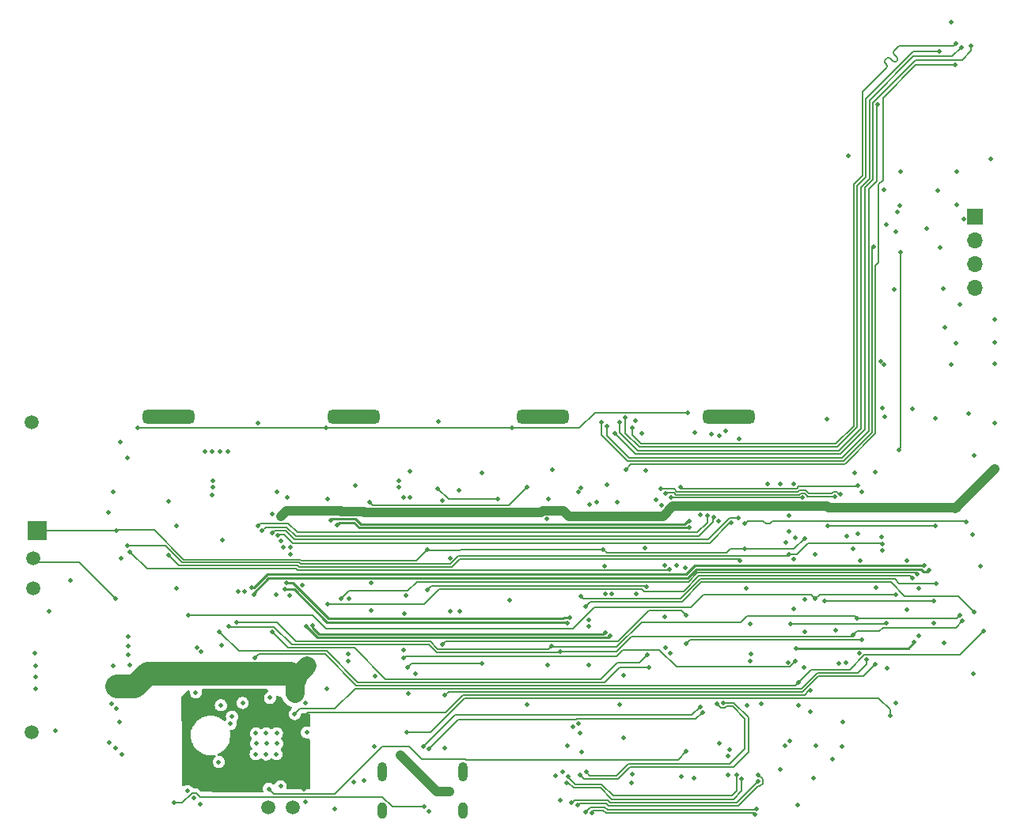
<source format=gbr>
%TF.GenerationSoftware,KiCad,Pcbnew,(6.0.1-0)*%
%TF.CreationDate,2022-04-09T17:35:34-06:00*%
%TF.ProjectId,HAT_CM4_183,4841545f-434d-4345-9f31-38332e6b6963,1.8.3*%
%TF.SameCoordinates,Original*%
%TF.FileFunction,Copper,L3,Inr*%
%TF.FilePolarity,Positive*%
%FSLAX46Y46*%
G04 Gerber Fmt 4.6, Leading zero omitted, Abs format (unit mm)*
G04 Created by KiCad (PCBNEW (6.0.1-0)) date 2022-04-09 17:35:34*
%MOMM*%
%LPD*%
G01*
G04 APERTURE LIST*
G04 Aperture macros list*
%AMRoundRect*
0 Rectangle with rounded corners*
0 $1 Rounding radius*
0 $2 $3 $4 $5 $6 $7 $8 $9 X,Y pos of 4 corners*
0 Add a 4 corners polygon primitive as box body*
4,1,4,$2,$3,$4,$5,$6,$7,$8,$9,$2,$3,0*
0 Add four circle primitives for the rounded corners*
1,1,$1+$1,$2,$3*
1,1,$1+$1,$4,$5*
1,1,$1+$1,$6,$7*
1,1,$1+$1,$8,$9*
0 Add four rect primitives between the rounded corners*
20,1,$1+$1,$2,$3,$4,$5,0*
20,1,$1+$1,$4,$5,$6,$7,0*
20,1,$1+$1,$6,$7,$8,$9,0*
20,1,$1+$1,$8,$9,$2,$3,0*%
G04 Aperture macros list end*
%TA.AperFunction,ComponentPad*%
%ADD10C,1.500000*%
%TD*%
%TA.AperFunction,ComponentPad*%
%ADD11RoundRect,0.500000X-2.300000X-0.250000X2.300000X-0.250000X2.300000X0.250000X-2.300000X0.250000X0*%
%TD*%
%TA.AperFunction,ComponentPad*%
%ADD12R,2.000000X2.000000*%
%TD*%
%TA.AperFunction,ComponentPad*%
%ADD13C,0.508000*%
%TD*%
%TA.AperFunction,ComponentPad*%
%ADD14R,1.700000X1.700000*%
%TD*%
%TA.AperFunction,ComponentPad*%
%ADD15O,1.700000X1.700000*%
%TD*%
%TA.AperFunction,ComponentPad*%
%ADD16O,1.000000X1.800000*%
%TD*%
%TA.AperFunction,ComponentPad*%
%ADD17O,1.000000X2.100000*%
%TD*%
%TA.AperFunction,ViaPad*%
%ADD18C,0.500000*%
%TD*%
%TA.AperFunction,Conductor*%
%ADD19C,0.195580*%
%TD*%
%TA.AperFunction,Conductor*%
%ADD20C,0.241300*%
%TD*%
%TA.AperFunction,Conductor*%
%ADD21C,1.016000*%
%TD*%
%TA.AperFunction,Conductor*%
%ADD22C,0.177800*%
%TD*%
%TA.AperFunction,Conductor*%
%ADD23C,2.032000*%
%TD*%
%TA.AperFunction,Conductor*%
%ADD24C,2.540000*%
%TD*%
%TA.AperFunction,Conductor*%
%ADD25C,0.254000*%
%TD*%
%TA.AperFunction,Conductor*%
%ADD26C,0.203200*%
%TD*%
G04 APERTURE END LIST*
D10*
%TO.N,+5V*%
%TO.C,TP6*%
X101570000Y-172020000D03*
%TD*%
D11*
%TO.N,/Batteries/BT4-*%
%TO.C,BTM4*%
X175960000Y-156810000D03*
%TD*%
%TO.N,/Batteries/BT1-*%
%TO.C,BTM1*%
X116020000Y-156810000D03*
%TD*%
%TO.N,/Batteries/BT2-*%
%TO.C,BTM2*%
X135890000Y-156810000D03*
%TD*%
D10*
%TO.N,/Power/IPS_SW*%
%TO.C,TP5*%
X101380000Y-190590000D03*
%TD*%
%TO.N,PWR_GND*%
%TO.C,TP2*%
X101540000Y-175190000D03*
%TD*%
%TO.N,/Battery/BATT+*%
%TO.C,TP3*%
X101410000Y-157440000D03*
%TD*%
D12*
%TO.N,/Battery/BATT+*%
%TO.C,BTP1*%
X101980000Y-168990000D03*
%TD*%
D13*
%TO.N,PWR_GND*%
%TO.C,U3*%
X125385000Y-192945000D03*
X126535000Y-191820000D03*
X127610000Y-192945000D03*
X125410000Y-190720000D03*
X125435000Y-191820000D03*
X127635000Y-190720000D03*
X127685000Y-191820000D03*
X126510000Y-190720000D03*
X126510000Y-192970000D03*
%TD*%
D11*
%TO.N,/Batteries/BT3-*%
%TO.C,BTM3*%
X156100000Y-156810000D03*
%TD*%
D10*
%TO.N,/Charger/IPS_OUT*%
%TO.C,TP4*%
X129340000Y-198630000D03*
%TD*%
D14*
%TO.N,GND*%
%TO.C,P1*%
X202320000Y-135380000D03*
D15*
%TO.N,+3.3v*%
X202320000Y-137920000D03*
%TO.N,/Battery/I2C_SCL*%
X202320000Y-140460000D03*
%TO.N,/Battery/I2C_SDA*%
X202320000Y-143000000D03*
%TD*%
D10*
%TO.N,/AC_IN*%
%TO.C,TP1*%
X126760000Y-198620000D03*
%TD*%
D16*
%TO.N,GND*%
%TO.C,J5*%
X138925098Y-198997500D03*
D17*
X147565098Y-194817500D03*
X138925098Y-194817500D03*
D16*
X147565098Y-198997500D03*
%TD*%
D18*
%TO.N,/USB Hub/HD2_N*%
X131485753Y-179184940D03*
%TO.N,/Battery/BATT+*%
X143770000Y-171036960D03*
X109650000Y-167040000D03*
X190251600Y-164890000D03*
X130900000Y-183520000D03*
X178280000Y-178990000D03*
X177890000Y-175220000D03*
X162560000Y-171031600D03*
X129850000Y-186780000D03*
X112430000Y-185740000D03*
X129390000Y-186298400D03*
X164099363Y-166009980D03*
X184086811Y-169850000D03*
X141900000Y-165470000D03*
X110440000Y-168990000D03*
X110905000Y-159545000D03*
X189830000Y-169330000D03*
X111350000Y-185740000D03*
X177680000Y-170970000D03*
X178380000Y-182190000D03*
X110590000Y-185690000D03*
%TO.N,/Batteries/BT1-*%
X178320000Y-182980000D03*
X177190000Y-172249850D03*
X116050000Y-171668490D03*
X116050000Y-165870000D03*
%TO.N,/Batteries/BT2-*%
X140710000Y-164340000D03*
X140730000Y-163700000D03*
%TO.N,/Batteries/BT3-*%
X160160000Y-164410000D03*
X157121753Y-162503989D03*
X159870000Y-164830000D03*
%TO.N,PWR_GND*%
X119990494Y-160570494D03*
X111055000Y-193005000D03*
X101856500Y-183480000D03*
X135300000Y-182190000D03*
X101856500Y-184720000D03*
X119520000Y-181980000D03*
X183173189Y-181630000D03*
X116870000Y-168490000D03*
X109740000Y-191690000D03*
X195830000Y-180990000D03*
X182980000Y-177440000D03*
X111760000Y-182320000D03*
X156490000Y-167789850D03*
X111890000Y-183400000D03*
X180130000Y-163980000D03*
X111740000Y-181420000D03*
X195668920Y-155940000D03*
X111740000Y-180350000D03*
X101856500Y-185990000D03*
X122379506Y-160570494D03*
X121430000Y-193790000D03*
X101770000Y-182140000D03*
X169250000Y-181510000D03*
X120719506Y-160570494D03*
X110780000Y-189490000D03*
X110160000Y-183470000D03*
X110375000Y-192325000D03*
X109925000Y-187535000D03*
X182448400Y-169130000D03*
X110430000Y-188040000D03*
X169143250Y-172766649D03*
X133020000Y-185910000D03*
X121519506Y-160570494D03*
X119110000Y-181550000D03*
X120820000Y-163670000D03*
X182980000Y-172090000D03*
X169160000Y-178261600D03*
X103950000Y-190460000D03*
X120820000Y-164340000D03*
X182448400Y-167430000D03*
X156650000Y-183390000D03*
X135300000Y-182970000D03*
X121650000Y-187710000D03*
%TO.N,/Charger/IPS_OUT*%
X186505500Y-157070000D03*
X127290000Y-195900000D03*
X124330000Y-196010000D03*
X119460000Y-193330000D03*
X125153500Y-186660000D03*
X118060000Y-188350000D03*
X130435417Y-188955417D03*
X118070000Y-186900000D03*
X127750078Y-187845076D03*
X184715944Y-186155944D03*
X130530000Y-196670000D03*
X118070000Y-187620000D03*
%TO.N,GND*%
X201110000Y-135700000D03*
X136065000Y-164205000D03*
X158196666Y-194871313D03*
X193690000Y-143170000D03*
X200744280Y-144780000D03*
X172970000Y-167342189D03*
X138190000Y-184558920D03*
X130370000Y-174900000D03*
X118075000Y-196905000D03*
X146162577Y-171942577D03*
X165630000Y-195060000D03*
X200380000Y-130540000D03*
X202070000Y-169410000D03*
X182510000Y-191520000D03*
X204030000Y-129230000D03*
X152550000Y-176510000D03*
X166710000Y-158630000D03*
X192590000Y-132500000D03*
X141320000Y-177910000D03*
X146230000Y-177680000D03*
X177980000Y-187750000D03*
X179470000Y-187600000D03*
X187070000Y-193450000D03*
X192240000Y-150860000D03*
X141450000Y-175980000D03*
X141230000Y-165450000D03*
X141231600Y-181790000D03*
X162996170Y-164070000D03*
X138080000Y-192150000D03*
X119460000Y-198290000D03*
X128040000Y-196390000D03*
X172300000Y-195490000D03*
X167111418Y-162598582D03*
X198940000Y-143150000D03*
X175910000Y-195150000D03*
X135840000Y-195950000D03*
X157930000Y-197900000D03*
X160230000Y-192730000D03*
X174980000Y-191760000D03*
X202170000Y-184370000D03*
X170960000Y-195350000D03*
X161020000Y-183400000D03*
X121850000Y-170040000D03*
X172350000Y-158540000D03*
X156660000Y-165620000D03*
X194070000Y-134860000D03*
X133870000Y-198810000D03*
X137739505Y-177598815D03*
X177110000Y-159167111D03*
X162710000Y-172791600D03*
X128734663Y-165490118D03*
X188090000Y-192110000D03*
X141900000Y-162660000D03*
X135320000Y-176280000D03*
X188790000Y-128850000D03*
X137730000Y-174630150D03*
X154370000Y-187680000D03*
X118800000Y-197630000D03*
X192620000Y-151240000D03*
X164340000Y-187680000D03*
X199810000Y-114570000D03*
%TO.N,Net-(C7-Pad2)*%
X126915127Y-186912584D03*
X130676566Y-187434378D03*
%TO.N,/Power/IPS_SW*%
X110950000Y-171970000D03*
X121690000Y-181330000D03*
%TO.N,+5V*%
X185310000Y-192010000D03*
X198130000Y-157018400D03*
X186540000Y-168480000D03*
X116900000Y-175180000D03*
X198390000Y-132640000D03*
X198120000Y-168478400D03*
X110400000Y-176270000D03*
X141750011Y-186500000D03*
%TO.N,+3.3v*%
X136930000Y-166980000D03*
X160993209Y-179280000D03*
X139394831Y-167054831D03*
X128118400Y-167493040D03*
X160993209Y-178580000D03*
X197198400Y-136640000D03*
X204470000Y-151120000D03*
X204470000Y-162410000D03*
X204470000Y-157500000D03*
X204470000Y-148840000D03*
X192810000Y-136250000D03*
X158870000Y-167460000D03*
X134480000Y-166940000D03*
X204470000Y-146440000D03*
%TO.N,/CM4_GPIO/GPIO_IRQ*%
X141610000Y-183660000D03*
X149570000Y-183240000D03*
X149590000Y-162870000D03*
%TO.N,/CM4_GPIO/SD_PWR*%
X200400000Y-134170000D03*
X194300000Y-134180000D03*
%TO.N,/CM4_HighSpeed/HDMI_5v*%
X183466548Y-187720000D03*
%TO.N,/USB Hub/VBUS*%
X142440000Y-184370000D03*
X199090000Y-147260000D03*
X199030000Y-181020000D03*
X164770000Y-184500000D03*
X194330000Y-130570000D03*
%TO.N,/AC_IN*%
X145590000Y-186651600D03*
X145610000Y-192260000D03*
X146235098Y-196874902D03*
X130850000Y-190630000D03*
X192420000Y-171160000D03*
X140880000Y-193090000D03*
X191630000Y-183350000D03*
%TO.N,/Battery/5V_OVR*%
X193840000Y-187440000D03*
X118160000Y-178090000D03*
X185253189Y-176304288D03*
X118970000Y-186350000D03*
X185253189Y-171570000D03*
X193840000Y-175880000D03*
%TO.N,/CM4_GPIO/GPIO_PB1*%
X160161600Y-176060000D03*
X198140000Y-174660000D03*
%TO.N,/Battery/PB_IN*%
X123980000Y-187460000D03*
X202960000Y-172820000D03*
X125319502Y-182620500D03*
X184720000Y-188400000D03*
X183440000Y-185250000D03*
X203290000Y-179740000D03*
%TO.N,/CM4_GPIO/SD_DAT1*%
X201920000Y-117150000D03*
X163806787Y-158619189D03*
%TO.N,/CM4_GPIO/SD_DAT0*%
X164300000Y-157430000D03*
X200850000Y-117290000D03*
%TO.N,/CM4_GPIO/SD_CLK*%
X165662982Y-158040000D03*
X200309793Y-116881448D03*
%TO.N,/CM4_GPIO/SD_CMD*%
X200220000Y-119141800D03*
X164951532Y-162503989D03*
%TO.N,/CM4_GPIO/SD_DAT3*%
X198510000Y-117711100D03*
X164930000Y-156936200D03*
%TO.N,/CM4_GPIO/SD_DAT2*%
X162960000Y-157830000D03*
X191950459Y-123388989D03*
%TO.N,/CM4_HighSpeed/HDMI0_HOTPLUG*%
X164780000Y-191240000D03*
X185100000Y-195480000D03*
%TO.N,/CM4_HighSpeed/HDMI0_SDA*%
X181990000Y-192070000D03*
X158725000Y-192045000D03*
X160055000Y-190715000D03*
%TO.N,/CM4_HighSpeed/HDMI0_SCL*%
X181530000Y-194570000D03*
X157470000Y-195260000D03*
%TO.N,/CM4_HighSpeed/HDMI0_CEC*%
X183370000Y-198390000D03*
X165611400Y-196010000D03*
%TO.N,/CM4_HighSpeed/HDMI0_CK_N*%
X159151700Y-198175558D03*
X179107394Y-195863161D03*
%TO.N,/CM4_HighSpeed/HDMI0_CK_P*%
X159796793Y-198410000D03*
X179160000Y-195167789D03*
%TO.N,/CM4_HighSpeed/HDMI0_D0_N*%
X178929230Y-198779125D03*
X160678013Y-199128900D03*
%TO.N,/CM4_HighSpeed/HDMI0_D0_P*%
X178780000Y-199439988D03*
X161353443Y-199201448D03*
%TO.N,/CM4_HighSpeed/HDMI0_D1_N*%
X158630000Y-195993800D03*
X177334645Y-195614877D03*
%TO.N,/CM4_HighSpeed/HDMI0_D1_P*%
X176805745Y-195172045D03*
X158810782Y-195341070D03*
%TO.N,/CM4_HighSpeed/HDMI0_D2_N*%
X160100000Y-195220000D03*
X175370000Y-187456200D03*
%TO.N,/CM4_HighSpeed/HDMI0_D2_P*%
X174698541Y-187544982D03*
X160726078Y-194865460D03*
%TO.N,/USB Hub/HD4_N*%
X159900000Y-189690000D03*
X128640000Y-174622557D03*
X158990000Y-178330000D03*
%TO.N,/USB Hub/HD4_P*%
X158719457Y-178962711D03*
X128460903Y-175319096D03*
X159282402Y-189985207D03*
%TO.N,/USB Hub/HD3_N*%
X124980000Y-175110000D03*
X196912472Y-172775352D03*
%TO.N,/USB Hub/HD3_P*%
X197440000Y-173230000D03*
X125172795Y-175917205D03*
%TO.N,/CM4_GPIO/GPIO6*%
X170830000Y-164330767D03*
X189820000Y-164220000D03*
%TO.N,/CM4_GPIO/TRD1_P*%
X177050000Y-167670000D03*
X127135090Y-169246791D03*
X127556611Y-175900000D03*
%TO.N,/CM4_GPIO/TRD1_N*%
X129043046Y-175970441D03*
X127734897Y-169561386D03*
X176291295Y-168201295D03*
%TO.N,/CM4_GPIO/TRD0_N*%
X174352644Y-167581093D03*
X124210000Y-175500000D03*
X126077389Y-169004474D03*
%TO.N,/CM4_GPIO/TRD0_P*%
X173700000Y-167400000D03*
X125655009Y-168475009D03*
X123534943Y-175555107D03*
%TO.N,/CM4_GPIO/PI_nLED_Activity*%
X175680000Y-158391500D03*
X202250000Y-160980000D03*
X177710000Y-168260000D03*
X201361820Y-168100000D03*
%TO.N,/Battery/BT1_PRES*%
X111680000Y-170620000D03*
X182330000Y-183120000D03*
X111640000Y-161220000D03*
X182420000Y-171550000D03*
X191760000Y-175130000D03*
X192410000Y-170420000D03*
%TO.N,/Battery/{slash}BT2_ENA*%
X184110000Y-179825720D03*
X184130000Y-176380000D03*
%TO.N,/Battery/BT2_PRES*%
X147180000Y-177660000D03*
X192870000Y-178898400D03*
X147120000Y-164660000D03*
X182600000Y-178990000D03*
%TO.N,/CM4_GPIO/GPIO_PB2*%
X160660000Y-177140000D03*
X202220000Y-177720000D03*
%TO.N,/CM4_GPIO/SD_PWR_ON*%
X191498900Y-138660000D03*
X162350000Y-157410000D03*
X198630000Y-138700000D03*
%TO.N,/Battery/{slash}BT3_ENA*%
X196360000Y-175170000D03*
X196360000Y-180238400D03*
%TO.N,/Battery/BT3_PRES*%
X171330000Y-173030000D03*
X168210000Y-165740000D03*
%TO.N,/USB Hub/nEXTRST*%
X137580000Y-166010000D03*
X154421589Y-164330000D03*
%TO.N,/CM4_HighSpeed/USB2_N*%
X171760000Y-168020000D03*
X133412423Y-167897577D03*
X176060000Y-192440000D03*
%TO.N,/CM4_HighSpeed/USB2_P*%
X175899341Y-193107169D03*
X134081600Y-168390000D03*
X171780000Y-168701109D03*
%TO.N,Net-(Q2-Pad3)*%
X167460000Y-183630000D03*
X120690000Y-165200000D03*
X121513771Y-179856229D03*
%TO.N,Net-(Q3-Pad3)*%
X169770000Y-182130000D03*
X110130000Y-164850000D03*
X111923376Y-171286624D03*
X169680000Y-173149850D03*
%TO.N,Net-(Q6-Pad3)*%
X127110000Y-179835720D03*
X125650000Y-157470000D03*
X167257577Y-182287577D03*
X127620000Y-164850000D03*
%TO.N,Net-(Q7-Pad3)*%
X145380000Y-181190000D03*
X171426630Y-178070000D03*
X145369989Y-165800000D03*
%TO.N,Net-(Q10-Pad3)*%
X144882684Y-164496666D03*
X167170000Y-175010000D03*
X143699056Y-175409056D03*
X144890000Y-157360000D03*
X151280000Y-165630000D03*
%TO.N,Net-(Q11-Pad3)*%
X170450000Y-172760000D03*
X168770000Y-166300000D03*
%TO.N,Net-(Q14-Pad3)*%
X181508219Y-163993447D03*
X165990000Y-157240000D03*
X167030000Y-170900000D03*
X182080000Y-170300000D03*
%TO.N,Net-(Q15-Pad3)*%
X191630000Y-162770000D03*
X183090000Y-169760000D03*
X182970000Y-163993447D03*
X192380000Y-169680000D03*
%TO.N,/Battery/{slash}BT4_ENA*%
X189930000Y-182146500D03*
X188630000Y-169584280D03*
%TO.N,/Battery/BT4_PRES*%
X195020000Y-177470000D03*
X189460000Y-162861600D03*
X189310000Y-170930000D03*
X195040000Y-172240000D03*
%TO.N,/Battery/MOSI*%
X188507577Y-183157577D03*
X168712993Y-164507007D03*
X187970000Y-165140000D03*
%TO.N,/Battery/MISO*%
X187728060Y-183234434D03*
X187350000Y-165370000D03*
X169240000Y-165005407D03*
%TO.N,/Battery/SCL*%
X169790000Y-165488400D03*
X184030000Y-183630000D03*
X183894280Y-165503807D03*
%TO.N,/Battery/I2C_SDA*%
X200320000Y-148950000D03*
X189260000Y-180235869D03*
X157940000Y-181958400D03*
X122840000Y-188930000D03*
X122470000Y-179270000D03*
X200990000Y-178710000D03*
X161070000Y-166228400D03*
%TO.N,/Battery/I2C_SCL*%
X157040000Y-181400000D03*
X161820000Y-165960000D03*
X122700498Y-189700000D03*
X199820000Y-151240000D03*
X189700000Y-178400000D03*
X200681600Y-178110000D03*
X123300000Y-178830000D03*
%TO.N,/Battery/{slash}RESET*%
X166080000Y-175768389D03*
%TO.N,/USB Hub/nOCS1*%
X193880000Y-136990000D03*
X134500000Y-176300000D03*
X196189989Y-173710000D03*
%TO.N,/USB Hub/PWR1*%
X133080000Y-176870000D03*
X194343500Y-139220000D03*
X194160000Y-160340000D03*
X195620000Y-174090000D03*
%TO.N,/USB Hub/HD2_N*%
X129099189Y-170810796D03*
X162750000Y-179900000D03*
X162750000Y-175780000D03*
%TO.N,/USB Hub/HD2_P*%
X163430000Y-175768400D03*
X129085941Y-171528847D03*
X163300000Y-180320000D03*
X130780000Y-179280000D03*
%TO.N,Net-(R1-Pad1)*%
X197920000Y-176530000D03*
X186250000Y-176530000D03*
X197940000Y-178904280D03*
%TO.N,/CM4_GPIO/ETH_LEDY*%
X143920000Y-192380000D03*
X173191050Y-188465637D03*
X174957423Y-158832577D03*
X143910000Y-199080000D03*
%TO.N,/CM4_GPIO/ETH_LEDG*%
X143290000Y-192170000D03*
X174128400Y-158708400D03*
X143421600Y-198575686D03*
X172930000Y-187860000D03*
X116620000Y-198180000D03*
%TO.N,/Battery/PWR_IRQ*%
X183130000Y-182950000D03*
X192960000Y-183750000D03*
X141200000Y-182680000D03*
%TO.N,/Battery/AXP_EXTEN*%
X190050000Y-172249850D03*
X171426630Y-181120000D03*
X171419498Y-192650000D03*
X190260000Y-180720000D03*
X126790000Y-196670000D03*
%TO.N,/Battery/HEARTBEAT*%
X188220000Y-189510000D03*
X187430000Y-179650000D03*
%TO.N,Net-(R40-Pad2)*%
X201650000Y-156520000D03*
X192651467Y-156829702D03*
%TO.N,/USB Hub/HD1_N*%
X128086932Y-170140014D03*
%TO.N,/USB Hub/HD1_P*%
X128360000Y-170780000D03*
%TO.N,Net-(LED1-Pad1)*%
X152820000Y-158050000D03*
X174870366Y-168017788D03*
X112740000Y-158050000D03*
X132930000Y-158050000D03*
X171620000Y-156420000D03*
%TO.N,Net-(LED11-Pad2)*%
X130700000Y-198068389D03*
X136970000Y-195810000D03*
%TO.N,Net-(C18-Pad1)*%
X103300000Y-177630000D03*
X105580000Y-174320000D03*
%TO.N,Net-(LED5-Pad1)*%
X192436500Y-155890000D03*
X190750000Y-182830000D03*
X129557423Y-188647423D03*
%TO.N,Net-(R54-Pad2)*%
X127121600Y-167280000D03*
X133080000Y-165640000D03*
%TO.N,Net-(R47-Pad1)*%
X141530000Y-190600000D03*
X193270000Y-188870000D03*
%TD*%
D19*
%TO.N,/CM4_GPIO/TRD1_P*%
X177050000Y-167670000D02*
X176080000Y-167670000D01*
X129507279Y-169971999D02*
X128557229Y-169021949D01*
X176080000Y-167670000D02*
X173778001Y-169971999D01*
X173778001Y-169971999D02*
X129507279Y-169971999D01*
X127359932Y-169021949D02*
X127135090Y-169246791D01*
X128557229Y-169021949D02*
X127359932Y-169021949D01*
D20*
%TO.N,/USB Hub/HD2_P*%
X163300000Y-180320000D02*
X163149070Y-180470930D01*
X163149070Y-180470930D02*
X131970930Y-180470930D01*
X131970930Y-180470930D02*
X130780000Y-179280000D01*
%TO.N,/USB Hub/HD2_N*%
X162572290Y-180077710D02*
X132133808Y-180077710D01*
X162750000Y-179900000D02*
X162572290Y-180077710D01*
X132133808Y-180077710D02*
X131485753Y-179429655D01*
X131485753Y-179429655D02*
X131485753Y-179184940D01*
%TO.N,/CM4_HighSpeed/USB2_N*%
X136611830Y-168320000D02*
X171290000Y-168320000D01*
X133541830Y-167768170D02*
X136060000Y-167768170D01*
X133412423Y-167897577D02*
X133541830Y-167768170D01*
X136060000Y-167768170D02*
X136611830Y-168320000D01*
X171590000Y-168020000D02*
X171760000Y-168020000D01*
X171290000Y-168320000D02*
X171590000Y-168020000D01*
D21*
%TO.N,+3.3v*%
X200362489Y-166557511D02*
X186647511Y-166557511D01*
X186514689Y-166424689D02*
X170025311Y-166424689D01*
X186647511Y-166557511D02*
X186514689Y-166424689D01*
X168950000Y-167500000D02*
X158910000Y-167500000D01*
X170025311Y-166424689D02*
X168950000Y-167500000D01*
X158282339Y-166872339D02*
X158910000Y-167500000D01*
D19*
%TO.N,/CM4_GPIO/TRD0_P*%
X125655009Y-168475009D02*
X125853869Y-168276149D01*
X125853869Y-168276149D02*
X128866149Y-168276149D01*
X128866149Y-168276149D02*
X129816199Y-169226199D01*
X172646441Y-169226199D02*
X173700000Y-168172640D01*
X129816199Y-169226199D02*
X172646441Y-169226199D01*
X173700000Y-168172640D02*
X173700000Y-167400000D01*
%TO.N,/CM4_GPIO/TRD0_N*%
X126077389Y-169004474D02*
X126432814Y-168649049D01*
X172800901Y-169599099D02*
X174345265Y-168054735D01*
X174345265Y-167588472D02*
X174352644Y-167581093D01*
X126432814Y-168649049D02*
X128711689Y-168649049D01*
X128711689Y-168649049D02*
X129661739Y-169599099D01*
X129661739Y-169599099D02*
X172800901Y-169599099D01*
X174345265Y-168054735D02*
X174345265Y-167588472D01*
D22*
%TO.N,/Battery/BATT+*%
X143883040Y-171150000D02*
X143770000Y-171036960D01*
X130296486Y-172275360D02*
X142531600Y-172275360D01*
X177680000Y-170970000D02*
X176164356Y-170970000D01*
X184086811Y-169850000D02*
X182936811Y-171000000D01*
X162518920Y-171072680D02*
X147260278Y-171072680D01*
D23*
X129599995Y-184820001D02*
X129599995Y-186500008D01*
D22*
X176164356Y-170970000D02*
X175728996Y-171405360D01*
X182936811Y-171000000D02*
X177710000Y-171000000D01*
D24*
X112440000Y-185690000D02*
X113830000Y-184300000D01*
D22*
X110460000Y-168970000D02*
X114533413Y-168970000D01*
X175728996Y-171405360D02*
X162933760Y-171405360D01*
X147182958Y-171150000D02*
X143883040Y-171150000D01*
X162560000Y-171031600D02*
X162518920Y-171072680D01*
X110440000Y-168990000D02*
X101980000Y-168990000D01*
X147260278Y-171072680D02*
X147182958Y-171150000D01*
X114533413Y-168970000D02*
X117671453Y-172108040D01*
D24*
X110590000Y-185690000D02*
X112440000Y-185690000D01*
D22*
X117671453Y-172108040D02*
X130129166Y-172108040D01*
X162933760Y-171405360D02*
X162560000Y-171031600D01*
D24*
X129080000Y-184300000D02*
X129600000Y-184820000D01*
D22*
X110440000Y-168990000D02*
X110460000Y-168970000D01*
X130129166Y-172108040D02*
X130296486Y-172275360D01*
X177710000Y-171000000D02*
X177680000Y-170970000D01*
D23*
X129599995Y-184820001D02*
X130899992Y-183520004D01*
D24*
X113830000Y-184300000D02*
X129080000Y-184300000D01*
D22*
X142531600Y-172275360D02*
X143770000Y-171036960D01*
%TO.N,/Batteries/BT1-*%
X147207042Y-172080000D02*
X146337043Y-172949999D01*
X177020150Y-172080000D02*
X147207042Y-172080000D01*
X117164190Y-172782680D02*
X116050000Y-171668490D01*
X129849722Y-172782680D02*
X117164190Y-172782680D01*
X130017042Y-172950000D02*
X129849722Y-172782680D01*
X177190000Y-172249850D02*
X177020150Y-172080000D01*
X146337043Y-172949999D02*
X130017042Y-172950000D01*
D25*
%TO.N,PWR_GND*%
X195210000Y-181610000D02*
X183193189Y-181610000D01*
X183193189Y-181610000D02*
X183173189Y-181630000D01*
X195830000Y-180990000D02*
X195210000Y-181610000D01*
D22*
%TO.N,/Charger/IPS_OUT*%
X130435417Y-188955417D02*
X130940834Y-188450000D01*
X184141960Y-186591960D02*
X184577976Y-186155944D01*
X184577976Y-186155944D02*
X184715944Y-186155944D01*
X130940834Y-188450000D02*
X145710000Y-188450000D01*
X145710000Y-188450000D02*
X147568040Y-186591960D01*
X147568040Y-186591960D02*
X184141960Y-186591960D01*
%TO.N,+5V*%
X106510000Y-172380000D02*
X110400000Y-176270000D01*
X186540000Y-168480000D02*
X198118400Y-168480000D01*
X198118400Y-168480000D02*
X198120000Y-168478400D01*
X101930000Y-172380000D02*
X106510000Y-172380000D01*
D21*
%TO.N,+3.3v*%
X128681440Y-166930000D02*
X134470000Y-166930000D01*
X134470000Y-166930000D02*
X134480000Y-166940000D01*
X145889758Y-167054831D02*
X145898169Y-167046420D01*
X145898169Y-167046420D02*
X155935872Y-167046420D01*
X134520000Y-166980000D02*
X134480000Y-166940000D01*
X139394831Y-167054831D02*
X145889758Y-167054831D01*
X155935872Y-167046420D02*
X156109953Y-166872339D01*
X137004831Y-167054831D02*
X139394831Y-167054831D01*
X156109953Y-166872339D02*
X158282339Y-166872339D01*
X128118400Y-167493040D02*
X128681440Y-166930000D01*
X136930000Y-166980000D02*
X137004831Y-167054831D01*
X136930000Y-166980000D02*
X134520000Y-166980000D01*
X204470000Y-162410000D02*
X200250000Y-166630000D01*
D22*
%TO.N,/CM4_GPIO/GPIO_IRQ*%
X141610000Y-183660000D02*
X142050000Y-183220000D01*
X149550000Y-183220000D02*
X149570000Y-183240000D01*
X142050000Y-183220000D02*
X149550000Y-183220000D01*
D21*
%TO.N,/AC_IN*%
X140880000Y-193090000D02*
X144759990Y-196969990D01*
D22*
X190410000Y-184570000D02*
X191630000Y-183350000D01*
X183912402Y-186254640D02*
X185597042Y-184570000D01*
X185597042Y-184570000D02*
X190410000Y-184570000D01*
X145590000Y-186651600D02*
X145986960Y-186254640D01*
X145986960Y-186254640D02*
X183912402Y-186254640D01*
D21*
X144759990Y-196969990D02*
X146139992Y-196969990D01*
D22*
%TO.N,/Battery/5V_OVR*%
X159350000Y-179490000D02*
X132880000Y-179490000D01*
X132880000Y-179490000D02*
X131480000Y-178090000D01*
X193820000Y-175860000D02*
X185697477Y-175860000D01*
X193840000Y-175880000D02*
X193820000Y-175860000D01*
X171914280Y-177255720D02*
X161584280Y-177255720D01*
X161584280Y-177255720D02*
X159350000Y-179490000D01*
X184830490Y-175881589D02*
X173288411Y-175881589D01*
X173288411Y-175881589D02*
X171914280Y-177255720D01*
X185253189Y-176304288D02*
X184830490Y-175881589D01*
X185697477Y-175860000D02*
X185253189Y-176304288D01*
X131480000Y-178090000D02*
X118160000Y-178090000D01*
%TO.N,/CM4_GPIO/GPIO_PB1*%
X162966723Y-176291805D02*
X162991728Y-176266800D01*
X162991728Y-176266800D02*
X170875087Y-176266800D01*
X193736930Y-174216930D02*
X194180000Y-174660000D01*
X194180000Y-174660000D02*
X198140000Y-174660000D01*
X170875087Y-176266800D02*
X172924957Y-174216930D01*
X160161600Y-176060000D02*
X160393405Y-176291805D01*
X172924957Y-174216930D02*
X193736930Y-174216930D01*
X160393405Y-176291805D02*
X162966723Y-176291805D01*
%TO.N,/Battery/PB_IN*%
X188924640Y-183895360D02*
X190488411Y-182331589D01*
X125684417Y-182255585D02*
X132817546Y-182255585D01*
X183440000Y-185250000D02*
X184794640Y-183895360D01*
X132817546Y-182255585D02*
X136141961Y-185580000D01*
X190488411Y-182331589D02*
X200698411Y-182331589D01*
X184794640Y-183895360D02*
X188924640Y-183895360D01*
X136141961Y-185580000D02*
X183110000Y-185580000D01*
X200698411Y-182331589D02*
X203290000Y-179740000D01*
X183110000Y-185580000D02*
X183440000Y-185250000D01*
X125319502Y-182620500D02*
X125684417Y-182255585D01*
D19*
%TO.N,/CM4_GPIO/SD_DAT1*%
X201920000Y-117640000D02*
X201920000Y-117150000D01*
X190593290Y-132285730D02*
X191417749Y-131461271D01*
X190593290Y-158186506D02*
X190593290Y-132285730D01*
X188109796Y-160670000D02*
X190593290Y-158186506D01*
X188099021Y-160670000D02*
X188109796Y-160670000D01*
X200943290Y-118616710D02*
X201920000Y-117640000D01*
X195973290Y-118616710D02*
X200943290Y-118616710D01*
X187935260Y-160833761D02*
X188099021Y-160670000D01*
X166021359Y-160833761D02*
X187935260Y-160833761D01*
X191417749Y-131461271D02*
X191417749Y-123172251D01*
X163806787Y-158619189D02*
X166021359Y-160833761D01*
X191417749Y-123172251D02*
X195973290Y-118616710D01*
D26*
%TO.N,/CM4_GPIO/SD_DAT0*%
X190111040Y-132235232D02*
X191041039Y-131305233D01*
X164335698Y-157465698D02*
X164335698Y-158539568D01*
X164335698Y-158539568D02*
X166253181Y-160457051D01*
X164300000Y-157430000D02*
X164335698Y-157465698D01*
X191041039Y-131305233D02*
X191041039Y-122918961D01*
X190111039Y-158125233D02*
X190111040Y-132235232D01*
X191041039Y-122918961D02*
X195720000Y-118240000D01*
X199900000Y-118240000D02*
X200850000Y-117290000D01*
X187779222Y-160457050D02*
X190111039Y-158125233D01*
X166253181Y-160457050D02*
X187779222Y-160457051D01*
X195720000Y-118240000D02*
X199900000Y-118240000D01*
%TO.N,/CM4_GPIO/SD_CLK*%
X189349999Y-131900001D02*
X189349999Y-157810001D01*
X192825189Y-119512910D02*
X192864940Y-119469081D01*
X193694999Y-118049266D02*
X193977842Y-118332109D01*
X190630000Y-121680000D02*
X190279999Y-122030001D01*
X194180000Y-117140000D02*
X193695000Y-117625000D01*
X165662982Y-158790580D02*
X165662982Y-158040000D01*
D19*
X190630000Y-121680000D02*
X190654021Y-121680000D01*
D26*
X192864940Y-119469081D02*
X192910174Y-119359878D01*
X192846471Y-118473530D02*
X192740405Y-118579595D01*
X192781360Y-119552661D02*
X192825189Y-119512910D01*
X192846472Y-118473531D02*
X192846471Y-118473530D01*
X192910174Y-119359878D02*
X192910174Y-119241678D01*
X193553578Y-118756373D02*
X193270736Y-118473531D01*
X200051241Y-117140000D02*
X194180000Y-117140000D01*
X200309793Y-116881448D02*
X200051241Y-117140000D01*
X189349999Y-157810001D02*
X187463989Y-159696011D01*
X190279999Y-122030001D02*
X190279999Y-130970001D01*
X192864940Y-119132475D02*
X192825189Y-119088646D01*
D19*
X190654021Y-121680000D02*
X192781360Y-119552661D01*
D26*
X166568413Y-159696011D02*
X165662982Y-158790580D01*
X192910174Y-119241678D02*
X192864940Y-119132475D01*
X190279999Y-130970001D02*
X189349999Y-131900001D01*
X192825189Y-119088646D02*
X192740404Y-119003861D01*
X187463989Y-159696011D02*
X166568413Y-159696011D01*
X193553579Y-118756372D02*
G75*
G03*
X193977841Y-118756372I212131J212131D01*
G01*
X192846473Y-118473532D02*
G75*
G02*
X193270735Y-118473532I212131J-212131D01*
G01*
X193695001Y-118049265D02*
G75*
G02*
X193695001Y-117625001I212130J212132D01*
G01*
X193977841Y-118756372D02*
G75*
G03*
X193977841Y-118332110I-212131J212131D01*
G01*
X192740406Y-119003860D02*
G75*
G02*
X192740406Y-118579596I212130J212132D01*
G01*
D22*
%TO.N,/CM4_GPIO/SD_CMD*%
X191690000Y-158619762D02*
X191690000Y-140660000D01*
X192466670Y-131483330D02*
X192466670Y-122683330D01*
X191690000Y-140660000D02*
X191997311Y-140352689D01*
X188498987Y-161800000D02*
X188509762Y-161800000D01*
X164951532Y-162503989D02*
X165539910Y-161915611D01*
X165539910Y-161915611D02*
X188383376Y-161915611D01*
X191997311Y-131952689D02*
X192466670Y-131483330D01*
X192466670Y-122683330D02*
X196008200Y-119141800D01*
X196008200Y-119141800D02*
X200220000Y-119141800D01*
X188383376Y-161915611D02*
X188498987Y-161800000D01*
X188509762Y-161800000D02*
X191690000Y-158619762D01*
X191997311Y-140352689D02*
X191997311Y-131952689D01*
D26*
%TO.N,/CM4_GPIO/SD_DAT3*%
X166410797Y-160076531D02*
X187621605Y-160076530D01*
X164930000Y-158595734D02*
X166410797Y-160076531D01*
X198467800Y-117668900D02*
X195752964Y-117668900D01*
X190660519Y-131147617D02*
X189730520Y-132077616D01*
X189730519Y-157967617D02*
X187621605Y-160076531D01*
X189730520Y-132077616D02*
X189730519Y-157967617D01*
X190660520Y-122761344D02*
X190660519Y-131147617D01*
X198510000Y-117711100D02*
X198467800Y-117668900D01*
X195752964Y-117668900D02*
X190660520Y-122761344D01*
X164930000Y-156936200D02*
X164930000Y-158595734D01*
%TO.N,/CM4_GPIO/SD_DAT2*%
X162960000Y-158850000D02*
X165320471Y-161210471D01*
X188261769Y-161040000D02*
X188272544Y-161040000D01*
X165320471Y-161210471D02*
X188091298Y-161210471D01*
X162960000Y-157830000D02*
X162960000Y-158850000D01*
X191802079Y-131620465D02*
X191802079Y-123537369D01*
X188272544Y-161040000D02*
X190970000Y-158342544D01*
X188091298Y-161210471D02*
X188261769Y-161040000D01*
X190970000Y-158342544D02*
X190970000Y-132452544D01*
X191802079Y-123537369D02*
X191950459Y-123388989D01*
X190970000Y-132452544D02*
X191802079Y-131620465D01*
D19*
%TO.N,/CM4_HighSpeed/HDMI0_CK_N*%
X163041906Y-197870000D02*
X159457258Y-197870000D01*
X176820507Y-198150048D02*
X163321954Y-198150048D01*
X159457258Y-197870000D02*
X159151700Y-198175558D01*
X179107394Y-195863161D02*
X176820507Y-198150048D01*
X163321954Y-198150048D02*
X163041906Y-197870000D01*
%TO.N,/CM4_HighSpeed/HDMI0_CK_P*%
X179324982Y-196388462D02*
X179636305Y-196077139D01*
X163167410Y-198523148D02*
X176975051Y-198523148D01*
X162887362Y-198243100D02*
X163167410Y-198523148D01*
X176975051Y-198523148D02*
X179109737Y-196388462D01*
X179636305Y-196077139D02*
X179636305Y-195644094D01*
X159796793Y-198410000D02*
X159963693Y-198243100D01*
X179636305Y-195644094D02*
X179160000Y-195167789D01*
X179109737Y-196388462D02*
X179324982Y-196388462D01*
X159963693Y-198243100D02*
X162887362Y-198243100D01*
%TO.N,/CM4_HighSpeed/HDMI0_D0_N*%
X162726674Y-198631040D02*
X161175873Y-198631040D01*
X178797267Y-198911088D02*
X163006722Y-198911088D01*
X161175873Y-198631040D02*
X160678013Y-199128900D01*
X178929230Y-198779125D02*
X178797267Y-198911088D01*
X163006722Y-198911088D02*
X162726674Y-198631040D01*
%TO.N,/CM4_HighSpeed/HDMI0_D0_P*%
X162852180Y-199284188D02*
X162572132Y-199004140D01*
X161550751Y-199004140D02*
X161353443Y-199201448D01*
X178624200Y-199284188D02*
X162852180Y-199284188D01*
X178780000Y-199439988D02*
X178624200Y-199284188D01*
X162572132Y-199004140D02*
X161550751Y-199004140D01*
%TO.N,/CM4_HighSpeed/HDMI0_D1_N*%
X158850350Y-195993800D02*
X159389130Y-196532580D01*
X176485534Y-197762109D02*
X177334645Y-196912998D01*
X177334645Y-196912998D02*
X177334645Y-195614877D01*
X158630000Y-195993800D02*
X158850350Y-195993800D01*
X159389130Y-196532580D02*
X162253114Y-196532580D01*
X163482644Y-197762109D02*
X176485534Y-197762109D01*
X162253114Y-196532580D02*
X163482644Y-197762109D01*
%TO.N,/CM4_HighSpeed/HDMI0_D1_P*%
X158810782Y-195426588D02*
X159543674Y-196159480D01*
X176330991Y-197389009D02*
X176805745Y-196914255D01*
X163637187Y-197389009D02*
X176330991Y-197389009D01*
X176805745Y-196914255D02*
X176805745Y-195172045D01*
X159543674Y-196159480D02*
X162407658Y-196159480D01*
X158810782Y-195341070D02*
X158810782Y-195426588D01*
X162407658Y-196159480D02*
X163637187Y-197389009D01*
%TO.N,/CM4_HighSpeed/HDMI0_D2_N*%
X164162853Y-195621681D02*
X165411434Y-194373100D01*
X176545708Y-187456200D02*
X175370000Y-187456200D01*
X160100000Y-195220000D02*
X160501681Y-195621681D01*
X160501681Y-195621681D02*
X164162853Y-195621681D01*
X176466408Y-194373100D02*
X178102580Y-192736927D01*
X165411434Y-194373100D02*
X176466408Y-194373100D01*
X178102580Y-192736927D02*
X178102580Y-189013072D01*
X178102580Y-189013072D02*
X176545708Y-187456200D01*
%TO.N,/CM4_HighSpeed/HDMI0_D2_P*%
X175135060Y-187981501D02*
X174698541Y-187544982D01*
X175739789Y-187829300D02*
X175587588Y-187981501D01*
X176391164Y-187829300D02*
X175739789Y-187829300D01*
X177729480Y-192390520D02*
X177729480Y-189167616D01*
X176120000Y-194000000D02*
X177729480Y-192390520D01*
X161100098Y-195239480D02*
X164017410Y-195239480D01*
X164017410Y-195239480D02*
X165256890Y-194000000D01*
X160726078Y-194865460D02*
X161100098Y-195239480D01*
X177729480Y-189167616D02*
X176391164Y-187829300D01*
X165256890Y-194000000D02*
X176120000Y-194000000D01*
X175587588Y-187981501D02*
X175135060Y-187981501D01*
D20*
%TO.N,/USB Hub/HD4_N*%
X158370161Y-178330000D02*
X158990000Y-178330000D01*
X128640000Y-174622557D02*
X129342557Y-174622557D01*
X158260000Y-178440161D02*
X158370161Y-178330000D01*
X133160161Y-178440161D02*
X158260000Y-178440161D01*
X129342557Y-174622557D02*
X133160161Y-178440161D01*
%TO.N,/USB Hub/HD4_P*%
X129482998Y-175319096D02*
X132997283Y-178833381D01*
X128460903Y-175319096D02*
X129482998Y-175319096D01*
X132997283Y-178833381D02*
X158590127Y-178833381D01*
X158590127Y-178833381D02*
X158719457Y-178962711D01*
%TO.N,/USB Hub/HD3_N*%
X125193902Y-175110000D02*
X126623902Y-173680000D01*
X171402982Y-173706780D02*
X172329762Y-172780000D01*
X196736577Y-172779992D02*
X196816584Y-172860000D01*
X196816584Y-172860000D02*
X196827824Y-172860000D01*
X196410823Y-172779992D02*
X196736577Y-172779992D01*
X196410815Y-172780000D02*
X196410823Y-172779992D01*
X124980000Y-175110000D02*
X125193902Y-175110000D01*
X172329762Y-172780000D02*
X196410815Y-172780000D01*
X196827824Y-172860000D02*
X196912472Y-172775352D01*
X129614828Y-173679993D02*
X129641615Y-173706780D01*
X129641615Y-173706780D02*
X171402982Y-173706780D01*
X126623902Y-173680000D02*
X129614829Y-173680000D01*
%TO.N,/USB Hub/HD3_P*%
X197440000Y-173230000D02*
X197284281Y-173385719D01*
X171565859Y-174100000D02*
X129478738Y-174100000D01*
X196786195Y-173385709D02*
X196573699Y-173173212D01*
X129319949Y-174073220D02*
X129293169Y-174100000D01*
X126759993Y-174100007D02*
X125172795Y-175687205D01*
X129478738Y-174100000D02*
X129451958Y-174073220D01*
X126759993Y-174100007D02*
X129293163Y-174100007D01*
X129451958Y-174073220D02*
X129319949Y-174073220D01*
X197284281Y-173385719D02*
X196786198Y-173385719D01*
X172492640Y-173173220D02*
X171565859Y-174100000D01*
X196573696Y-173173217D02*
X196573692Y-173173220D01*
X125172800Y-175917200D02*
X125172800Y-175687203D01*
X196573692Y-173173220D02*
X172492640Y-173173220D01*
D22*
%TO.N,/CM4_GPIO/GPIO6*%
X189770000Y-164270000D02*
X183469142Y-164270000D01*
X183247295Y-164491847D02*
X170991080Y-164491847D01*
X183469142Y-164270000D02*
X183247295Y-164491847D01*
X170991080Y-164491847D02*
X170830000Y-164330767D01*
X189820000Y-164220000D02*
X189770000Y-164270000D01*
D19*
%TO.N,/CM4_GPIO/TRD1_N*%
X129352819Y-170344899D02*
X128407920Y-169400000D01*
X128407920Y-169400000D02*
X127882556Y-169400000D01*
X127734897Y-169547659D02*
X127734897Y-169561386D01*
X127882556Y-169400000D02*
X127734897Y-169547659D01*
X176076065Y-168201295D02*
X173932461Y-170344899D01*
X176291295Y-168201295D02*
X176076065Y-168201295D01*
X173932461Y-170344899D02*
X129352819Y-170344899D01*
D22*
%TO.N,/CM4_GPIO/PI_nLED_Activity*%
X179661589Y-167998050D02*
X179661589Y-167980000D01*
X180366450Y-168290011D02*
X179953550Y-168290011D01*
X179953550Y-168290011D02*
X179661589Y-167998050D01*
X177990000Y-167980000D02*
X177710000Y-168260000D01*
X180658411Y-167980000D02*
X180658411Y-167998050D01*
X201241820Y-167980000D02*
X180658411Y-167980000D01*
X179661589Y-167980000D02*
X177990000Y-167980000D01*
X180658411Y-167998050D02*
X180366450Y-168290011D01*
X201361820Y-168100000D02*
X201241820Y-167980000D01*
%TO.N,/Battery/BT1_PRES*%
X117531731Y-172445360D02*
X115706371Y-170620000D01*
X129989444Y-172445360D02*
X117531731Y-172445360D01*
X192350000Y-170360000D02*
X184460000Y-170360000D01*
X146197320Y-172612680D02*
X130156764Y-172612680D01*
X115706371Y-170620000D02*
X111680000Y-170620000D01*
X192410000Y-170420000D02*
X192350000Y-170360000D01*
X182420000Y-171550000D02*
X182227320Y-171742680D01*
X183270000Y-171550000D02*
X182420000Y-171550000D01*
X184460000Y-170360000D02*
X183270000Y-171550000D01*
X182227320Y-171742680D02*
X147067320Y-171742680D01*
X130156764Y-172612680D02*
X129989444Y-172445360D01*
X147067320Y-171742680D02*
X146197320Y-172612680D01*
%TO.N,/Battery/BT2_PRES*%
X192778400Y-178990000D02*
X182600000Y-178990000D01*
X192870000Y-178898400D02*
X192778400Y-178990000D01*
%TO.N,/CM4_GPIO/GPIO_PB2*%
X161170875Y-176629125D02*
X170989804Y-176629125D01*
X200530000Y-176030000D02*
X202220000Y-177720000D01*
X173064679Y-174554250D02*
X193344250Y-174554250D01*
X160660000Y-177140000D02*
X161170875Y-176629125D01*
X193344250Y-174554250D02*
X194820000Y-176030000D01*
X194820000Y-176030000D02*
X200530000Y-176030000D01*
X170989804Y-176629125D02*
X173064679Y-174554250D01*
%TO.N,/CM4_GPIO/SD_PWR_ON*%
X191498900Y-138660000D02*
X191337820Y-138821080D01*
X191337820Y-138821080D02*
X191337820Y-158494900D01*
X188243654Y-161578291D02*
X165168115Y-161578291D01*
X165168115Y-161578291D02*
X162350000Y-158760176D01*
X188362720Y-161470000D02*
X188351945Y-161470000D01*
X162350000Y-158760176D02*
X162350000Y-157410000D01*
X191337820Y-158494900D02*
X188362720Y-161470000D01*
X188351945Y-161470000D02*
X188243654Y-161578291D01*
%TO.N,/USB Hub/nEXTRST*%
X152461589Y-166290000D02*
X154421589Y-164330000D01*
X137580000Y-166010000D02*
X137868411Y-166298411D01*
X137868411Y-166298411D02*
X145576439Y-166298411D01*
X145584850Y-166290000D02*
X152461589Y-166290000D01*
X145576439Y-166298411D02*
X145584850Y-166290000D01*
D20*
%TO.N,/CM4_HighSpeed/USB2_P*%
X134310210Y-168161390D02*
X134081600Y-168390000D01*
X136448952Y-168713220D02*
X135897122Y-168161390D01*
X135897122Y-168161390D02*
X134310210Y-168161390D01*
X171767889Y-168713220D02*
X136448952Y-168713220D01*
X171780000Y-168701109D02*
X171767889Y-168713220D01*
D22*
%TO.N,Net-(Q2-Pad3)*%
X132957268Y-181918265D02*
X123575807Y-181918265D01*
X164300000Y-183630000D02*
X162687320Y-185242680D01*
X136281683Y-185242680D02*
X132957268Y-181918265D01*
X162687320Y-185242680D02*
X136281683Y-185242680D01*
X123575807Y-181918265D02*
X121513771Y-179856229D01*
X167460000Y-183630000D02*
X164300000Y-183630000D01*
%TO.N,Net-(Q3-Pad3)*%
X129710000Y-173120000D02*
X113756752Y-173120000D01*
X113756752Y-173120000D02*
X111923376Y-171286624D01*
X169539850Y-173290000D02*
X129880000Y-173290000D01*
X169680000Y-173149850D02*
X169539850Y-173290000D01*
X129880000Y-173290000D02*
X129710000Y-173120000D01*
%TO.N,Net-(Q6-Pad3)*%
X128855225Y-181580945D02*
X127110000Y-179835720D01*
X162319779Y-184905360D02*
X139241301Y-184905360D01*
X164085139Y-183140000D02*
X162319779Y-184905360D01*
X135916886Y-181580945D02*
X128855225Y-181580945D01*
X167257577Y-182287577D02*
X166405154Y-183140000D01*
X166405154Y-183140000D02*
X164085139Y-183140000D01*
X139241301Y-184905360D02*
X135916886Y-181580945D01*
%TO.N,Net-(Q7-Pad3)*%
X170949670Y-177593040D02*
X171426630Y-178070000D01*
X145730000Y-180840000D02*
X164160000Y-180840000D01*
X164160000Y-180840000D02*
X167406960Y-177593040D01*
X167406960Y-177593040D02*
X170949670Y-177593040D01*
X145380000Y-181190000D02*
X145730000Y-180840000D01*
%TO.N,Net-(Q10-Pad3)*%
X146016018Y-165630000D02*
X151280000Y-165630000D01*
X167092669Y-174932669D02*
X144175443Y-174932669D01*
X167170000Y-175010000D02*
X167092669Y-174932669D01*
X144882684Y-164496666D02*
X146016018Y-165630000D01*
X144175443Y-174932669D02*
X143699056Y-175409056D01*
%TO.N,/Battery/MOSI*%
X183548108Y-164668076D02*
X184240453Y-164668077D01*
X184575056Y-165002680D02*
X187012459Y-165002680D01*
X168712993Y-164507007D02*
X170119147Y-164507007D01*
X183387017Y-164829167D02*
X183548108Y-164668076D01*
X184240453Y-164668077D02*
X184575056Y-165002680D01*
X170119147Y-164507007D02*
X170441307Y-164829167D01*
X187143550Y-164871589D02*
X187556450Y-164871589D01*
X187012459Y-165002680D02*
X187143550Y-164871589D01*
X187704861Y-165020000D02*
X187850000Y-165020000D01*
X187850000Y-165020000D02*
X187970000Y-165140000D01*
X187556450Y-164871589D02*
X187704861Y-165020000D01*
X170441307Y-164829167D02*
X183387017Y-164829167D01*
%TO.N,/Battery/MISO*%
X170301585Y-165166487D02*
X183526739Y-165166487D01*
X184392691Y-165297357D02*
X184392691Y-165340000D01*
X183687830Y-165005396D02*
X184100730Y-165005396D01*
X183526739Y-165166487D02*
X183687830Y-165005396D01*
X169255407Y-164990000D02*
X170125098Y-164990000D01*
X169240000Y-165005407D02*
X169255407Y-164990000D01*
X184100730Y-165005396D02*
X184392691Y-165297357D01*
X187320000Y-165340000D02*
X187350000Y-165370000D01*
X170125098Y-164990000D02*
X170301585Y-165166487D01*
X184392691Y-165340000D02*
X187320000Y-165340000D01*
%TO.N,/Battery/SCL*%
X169805407Y-165503807D02*
X183894280Y-165503807D01*
X169790000Y-165488400D02*
X169805407Y-165503807D01*
%TO.N,/Battery/I2C_SDA*%
X192121369Y-179771589D02*
X192490278Y-179402680D01*
X192490278Y-179402680D02*
X200297320Y-179402680D01*
X127316450Y-179337309D02*
X129222767Y-181243626D01*
X165574084Y-180380000D02*
X163995684Y-181958400D01*
X144720278Y-182057320D02*
X157841080Y-182057320D01*
X157841080Y-182057320D02*
X157940000Y-181958400D01*
X122470000Y-179270000D02*
X122537309Y-179337309D01*
X143906584Y-181243626D02*
X144720278Y-182057320D01*
X189115869Y-180380000D02*
X165574084Y-180380000D01*
X163995684Y-181958400D02*
X157940000Y-181958400D01*
X189260000Y-180235869D02*
X189115869Y-180380000D01*
X122537309Y-179337309D02*
X127316450Y-179337309D01*
X189724280Y-179771589D02*
X192121369Y-179771589D01*
X200297320Y-179402680D02*
X200990000Y-178710000D01*
X189260000Y-180235869D02*
X189724280Y-179771589D01*
X129222767Y-181243626D02*
X143906584Y-181243626D01*
%TO.N,/Battery/I2C_SCL*%
X157040000Y-181400000D02*
X156720000Y-181720000D01*
X127620000Y-178830000D02*
X123300000Y-178830000D01*
X144860000Y-181720000D02*
X144046306Y-180906306D01*
X157100000Y-181460000D02*
X164017042Y-181460000D01*
X177908097Y-178180000D02*
X189480000Y-178180000D01*
X144046306Y-180906306D02*
X129696306Y-180906306D01*
X129696306Y-180906306D02*
X127620000Y-178830000D01*
X156720000Y-181720000D02*
X144860000Y-181720000D01*
X157040000Y-181400000D02*
X157100000Y-181460000D01*
X177275416Y-178812681D02*
X177908097Y-178180000D01*
X164017042Y-181460000D02*
X166664361Y-178812681D01*
X166664361Y-178812681D02*
X177275416Y-178812681D01*
X200681600Y-178110000D02*
X200391600Y-178400000D01*
X189480000Y-178180000D02*
X189700000Y-178400000D01*
X200391600Y-178400000D02*
X189700000Y-178400000D01*
%TO.N,/USB Hub/nOCS1*%
X171707803Y-174480000D02*
X142658039Y-174480000D01*
X142658039Y-174480000D02*
X141656450Y-175481589D01*
X172645513Y-173542290D02*
X171707803Y-174480000D01*
X135318411Y-175481589D02*
X134500000Y-176300000D01*
X141656450Y-175481589D02*
X135318411Y-175481589D01*
X196022279Y-173542290D02*
X172645513Y-173542290D01*
X196189989Y-173710000D02*
X196022279Y-173542290D01*
%TO.N,/USB Hub/PWR1*%
X166963550Y-175508411D02*
X166725128Y-175269989D01*
X195620000Y-174090000D02*
X195409610Y-173879610D01*
X172785235Y-173879610D02*
X171156434Y-175508411D01*
X195409610Y-173879610D02*
X172785235Y-173879610D01*
X143420000Y-176870000D02*
X133080000Y-176870000D01*
X194160000Y-160340000D02*
X194343503Y-160156497D01*
X171156434Y-175508411D02*
X166963550Y-175508411D01*
X166725128Y-175269989D02*
X145020011Y-175269989D01*
X145020011Y-175269989D02*
X143420000Y-176870000D01*
X194343503Y-160156497D02*
X194343503Y-139219991D01*
%TO.N,Net-(R1-Pad1)*%
X197920000Y-176530000D02*
X186250000Y-176530000D01*
%TO.N,/CM4_GPIO/ETH_LEDY*%
X159693550Y-189191589D02*
X159665139Y-189220000D01*
X147080000Y-189220000D02*
X143920000Y-192380000D01*
X159665139Y-189220000D02*
X147080000Y-189220000D01*
X173191050Y-188465637D02*
X172465098Y-189191589D01*
X172465098Y-189191589D02*
X159693550Y-189191589D01*
%TO.N,/CM4_GPIO/ETH_LEDG*%
X117520000Y-198180000D02*
X116620000Y-198180000D01*
X119006450Y-197131589D02*
X118568411Y-197131589D01*
X139976023Y-198590000D02*
X138956012Y-197569989D01*
X146730000Y-188730000D02*
X143290000Y-192170000D01*
X118568411Y-197131589D02*
X117520000Y-198180000D01*
X143407286Y-198590000D02*
X139976023Y-198590000D01*
X172060000Y-188730000D02*
X146730000Y-188730000D01*
X119444850Y-197569989D02*
X119006450Y-197131589D01*
X138956012Y-197569989D02*
X119444850Y-197569989D01*
X143421600Y-198575686D02*
X143407286Y-198590000D01*
X172930000Y-187860000D02*
X172060000Y-188730000D01*
%TO.N,/Battery/PWR_IRQ*%
X170368411Y-183618411D02*
X168539166Y-181789166D01*
X164003189Y-182456811D02*
X141423189Y-182456811D01*
X168539166Y-181789166D02*
X164670834Y-181789166D01*
X182536450Y-183618411D02*
X170368411Y-183618411D01*
X141423189Y-182456811D02*
X141200000Y-182680000D01*
X183130000Y-182950000D02*
X183130000Y-183024861D01*
X164670834Y-181789166D02*
X164003189Y-182456811D01*
X183130000Y-183024861D02*
X182536450Y-183618411D01*
%TO.N,/Battery/AXP_EXTEN*%
X143159080Y-193519080D02*
X141780000Y-192140000D01*
X138900000Y-192140000D02*
X133830000Y-197210000D01*
X190245731Y-180734269D02*
X171812361Y-180734269D01*
X147875103Y-193519080D02*
X143159080Y-193519080D01*
X141780000Y-192140000D02*
X138900000Y-192140000D01*
X190260000Y-180720000D02*
X190245731Y-180734269D01*
X127330000Y-197210000D02*
X126790000Y-196670000D01*
X147886023Y-193530000D02*
X147875103Y-193519080D01*
X171419498Y-192650000D02*
X170539498Y-193530000D01*
X171812361Y-180734269D02*
X171426630Y-181120000D01*
X133830000Y-197210000D02*
X127330000Y-197210000D01*
X170539498Y-193530000D02*
X147886023Y-193530000D01*
%TO.N,Net-(LED1-Pad1)*%
X152820000Y-158050000D02*
X160020000Y-158050000D01*
X161650000Y-156420000D02*
X171620000Y-156420000D01*
X160020000Y-158050000D02*
X161650000Y-156420000D01*
X132930000Y-158050000D02*
X152820000Y-158050000D01*
X112740000Y-158050000D02*
X132930000Y-158050000D01*
%TO.N,Net-(LED5-Pad1)*%
X133859559Y-188060000D02*
X136002239Y-185917320D01*
X129557423Y-188647423D02*
X130144846Y-188060000D01*
X189837320Y-184232680D02*
X190750000Y-183320000D01*
X136002239Y-185917320D02*
X183772680Y-185917320D01*
X185457320Y-184232680D02*
X189837320Y-184232680D01*
X130144846Y-188060000D02*
X133859559Y-188060000D01*
X190750000Y-183320000D02*
X190750000Y-182830000D01*
X183772680Y-185917320D02*
X185457320Y-184232680D01*
%TO.N,Net-(R47-Pad1)*%
X147740720Y-186929280D02*
X192029280Y-186929280D01*
X144070000Y-190600000D02*
X147740720Y-186929280D01*
X193270000Y-188170000D02*
X193270000Y-188870000D01*
X141530000Y-190600000D02*
X144070000Y-190600000D01*
X192029280Y-186929280D02*
X193270000Y-188170000D01*
%TD*%
%TA.AperFunction,Conductor*%
%TO.N,/Charger/IPS_OUT*%
G36*
X126515535Y-185986893D02*
G01*
X126682218Y-186081402D01*
X126731610Y-186132400D01*
X126745589Y-186202007D01*
X126719717Y-186268121D01*
X126677860Y-186302974D01*
X126614635Y-186335607D01*
X126546806Y-186370616D01*
X126541084Y-186375608D01*
X126541082Y-186375609D01*
X126433886Y-186469122D01*
X126433883Y-186469125D01*
X126428161Y-186474117D01*
X126337628Y-186602932D01*
X126280436Y-186749623D01*
X126276005Y-186783282D01*
X126261126Y-186896297D01*
X126259885Y-186905722D01*
X126277162Y-187062217D01*
X126331270Y-187210074D01*
X126335507Y-187216380D01*
X126335509Y-187216383D01*
X126369212Y-187266538D01*
X126419085Y-187340756D01*
X126535537Y-187446719D01*
X126577675Y-187469598D01*
X126667226Y-187518221D01*
X126667228Y-187518222D01*
X126673903Y-187521846D01*
X126681252Y-187523774D01*
X126818846Y-187559871D01*
X126818848Y-187559871D01*
X126826196Y-187561799D01*
X126909507Y-187563108D01*
X126976025Y-187564153D01*
X126976028Y-187564153D01*
X126983622Y-187564272D01*
X127137095Y-187529122D01*
X127277752Y-187458379D01*
X127345698Y-187400348D01*
X127391701Y-187361058D01*
X127391703Y-187361055D01*
X127397475Y-187356126D01*
X127489351Y-187228267D01*
X127548077Y-187082182D01*
X127560159Y-186997287D01*
X127569680Y-186930391D01*
X127569680Y-186930388D01*
X127570261Y-186926307D01*
X127570329Y-186919838D01*
X127570362Y-186916718D01*
X127570362Y-186916712D01*
X127570405Y-186912584D01*
X127557844Y-186808787D01*
X127569518Y-186738758D01*
X127617200Y-186686156D01*
X127685751Y-186667684D01*
X127745077Y-186684044D01*
X128166559Y-186923025D01*
X128225250Y-186956303D01*
X128274643Y-187007302D01*
X128277982Y-187014153D01*
X128357822Y-187191393D01*
X128492072Y-187390801D01*
X128495751Y-187394658D01*
X128495753Y-187394660D01*
X128559794Y-187461792D01*
X128658000Y-187564739D01*
X128662280Y-187567924D01*
X128662283Y-187567926D01*
X128718340Y-187609633D01*
X128850864Y-187708233D01*
X129065147Y-187817181D01*
X129197503Y-187858278D01*
X129256627Y-187897581D01*
X129285118Y-187962610D01*
X129273928Y-188032720D01*
X129226611Y-188085650D01*
X129217927Y-188090577D01*
X129195853Y-188101970D01*
X129195850Y-188101972D01*
X129189102Y-188105455D01*
X129183380Y-188110447D01*
X129183378Y-188110448D01*
X129076182Y-188203961D01*
X129076179Y-188203964D01*
X129070457Y-188208956D01*
X129066090Y-188215170D01*
X128987819Y-188326538D01*
X128979924Y-188337771D01*
X128922732Y-188484462D01*
X128920983Y-188497747D01*
X128903910Y-188627430D01*
X128902181Y-188640561D01*
X128919458Y-188797056D01*
X128973566Y-188944913D01*
X128977803Y-188951219D01*
X128977805Y-188951222D01*
X129012587Y-189002982D01*
X129061381Y-189075595D01*
X129177833Y-189181558D01*
X129184508Y-189185182D01*
X129309522Y-189253060D01*
X129309524Y-189253061D01*
X129316199Y-189256685D01*
X129323548Y-189258613D01*
X129461142Y-189294710D01*
X129461144Y-189294710D01*
X129468492Y-189296638D01*
X129551803Y-189297947D01*
X129618321Y-189298992D01*
X129618324Y-189298992D01*
X129625918Y-189299111D01*
X129779391Y-189263961D01*
X129920048Y-189193218D01*
X129975016Y-189146271D01*
X130033997Y-189095897D01*
X130033999Y-189095894D01*
X130039771Y-189090965D01*
X130131647Y-188963106D01*
X130176898Y-188850541D01*
X130187540Y-188824069D01*
X130187541Y-188824067D01*
X130190373Y-188817021D01*
X130202775Y-188729880D01*
X130232176Y-188665258D01*
X130238423Y-188658539D01*
X130310657Y-188586305D01*
X130372969Y-188552279D01*
X130399752Y-188549400D01*
X131001704Y-188549400D01*
X131063850Y-188565793D01*
X131165801Y-188623599D01*
X131215193Y-188674597D01*
X131229652Y-188733799D01*
X131228541Y-188969272D01*
X131224187Y-189892280D01*
X131203863Y-189960306D01*
X131149989Y-190006545D01*
X131079668Y-190016318D01*
X131067493Y-190013890D01*
X130939498Y-189981740D01*
X130939496Y-189981740D01*
X130932128Y-189979889D01*
X130924530Y-189979849D01*
X130924528Y-189979849D01*
X130857319Y-189979497D01*
X130774684Y-189979065D01*
X130767305Y-189980837D01*
X130767301Y-189980837D01*
X130628967Y-190014048D01*
X130628963Y-190014049D01*
X130621588Y-190015820D01*
X130481679Y-190088032D01*
X130475957Y-190093024D01*
X130475955Y-190093025D01*
X130368759Y-190186538D01*
X130368756Y-190186541D01*
X130363034Y-190191533D01*
X130358667Y-190197747D01*
X130293654Y-190290251D01*
X130272501Y-190320348D01*
X130215309Y-190467039D01*
X130214318Y-190474568D01*
X130202711Y-190562733D01*
X130194758Y-190623138D01*
X130212035Y-190779633D01*
X130266143Y-190927490D01*
X130353958Y-191058172D01*
X130381367Y-191083112D01*
X130461380Y-191155918D01*
X130470410Y-191164135D01*
X130477085Y-191167759D01*
X130602099Y-191235637D01*
X130602101Y-191235638D01*
X130608776Y-191239262D01*
X130616125Y-191241190D01*
X130753719Y-191277287D01*
X130753721Y-191277287D01*
X130761069Y-191279215D01*
X130844380Y-191280524D01*
X130910898Y-191281569D01*
X130910901Y-191281569D01*
X130918495Y-191281688D01*
X130925899Y-191279992D01*
X130925901Y-191279992D01*
X131008620Y-191261047D01*
X131079487Y-191265336D01*
X131136785Y-191307258D01*
X131158965Y-191360866D01*
X131160474Y-191360562D01*
X131161322Y-191364765D01*
X131161882Y-191369022D01*
X131211739Y-191551267D01*
X131216202Y-191585099D01*
X131192657Y-196576668D01*
X131192570Y-196595194D01*
X131172246Y-196663220D01*
X131118372Y-196709459D01*
X131066571Y-196720600D01*
X128793071Y-196720600D01*
X128724950Y-196700598D01*
X128678457Y-196646942D01*
X128668353Y-196576668D01*
X128670714Y-196565160D01*
X128672950Y-196559598D01*
X128695134Y-196403723D01*
X128695278Y-196390000D01*
X128676363Y-196233694D01*
X128637906Y-196131919D01*
X128623394Y-196093514D01*
X128623393Y-196093511D01*
X128620710Y-196086412D01*
X128531531Y-195956657D01*
X128484971Y-195915174D01*
X128419648Y-195856972D01*
X128419645Y-195856970D01*
X128413976Y-195851919D01*
X128274831Y-195778245D01*
X128258122Y-195774048D01*
X128129498Y-195741740D01*
X128129496Y-195741740D01*
X128122128Y-195739889D01*
X128114530Y-195739849D01*
X128114528Y-195739849D01*
X128047319Y-195739497D01*
X127964684Y-195739065D01*
X127957305Y-195740837D01*
X127957301Y-195740837D01*
X127818967Y-195774048D01*
X127818963Y-195774049D01*
X127811588Y-195775820D01*
X127671679Y-195848032D01*
X127665957Y-195853024D01*
X127665955Y-195853025D01*
X127558759Y-195946538D01*
X127558756Y-195946541D01*
X127553034Y-195951533D01*
X127548667Y-195957747D01*
X127479336Y-196056395D01*
X127462501Y-196080348D01*
X127441963Y-196133025D01*
X127436468Y-196147120D01*
X127393088Y-196203322D01*
X127326209Y-196227149D01*
X127257065Y-196211036D01*
X127235260Y-196195431D01*
X127163976Y-196131919D01*
X127024831Y-196058245D01*
X127008122Y-196054048D01*
X126879498Y-196021740D01*
X126879496Y-196021740D01*
X126872128Y-196019889D01*
X126864530Y-196019849D01*
X126864528Y-196019849D01*
X126797319Y-196019497D01*
X126714684Y-196019065D01*
X126707305Y-196020837D01*
X126707301Y-196020837D01*
X126568967Y-196054048D01*
X126568963Y-196054049D01*
X126561588Y-196055820D01*
X126421679Y-196128032D01*
X126415957Y-196133024D01*
X126415955Y-196133025D01*
X126308759Y-196226538D01*
X126308756Y-196226541D01*
X126303034Y-196231533D01*
X126212501Y-196360348D01*
X126155309Y-196507039D01*
X126154318Y-196514568D01*
X126136107Y-196652894D01*
X126134758Y-196663138D01*
X126152035Y-196819633D01*
X126154645Y-196826765D01*
X126179834Y-196895598D01*
X126184460Y-196966444D01*
X126150050Y-197028544D01*
X126087529Y-197062183D01*
X126059663Y-197064885D01*
X121817582Y-197002776D01*
X119587460Y-196970124D01*
X119519640Y-196949127D01*
X119500210Y-196933233D01*
X119401256Y-196834279D01*
X119394008Y-196825208D01*
X119393588Y-196825565D01*
X119387770Y-196818729D01*
X119382980Y-196811137D01*
X119344248Y-196776931D01*
X119338562Y-196771585D01*
X119327658Y-196760681D01*
X119319763Y-196754764D01*
X119311920Y-196748379D01*
X119284635Y-196724282D01*
X119277905Y-196718338D01*
X119269774Y-196714521D01*
X119265657Y-196711816D01*
X119255376Y-196705638D01*
X119251066Y-196703278D01*
X119243888Y-196697899D01*
X119235488Y-196694750D01*
X119235486Y-196694749D01*
X119201398Y-196681971D01*
X119192095Y-196678051D01*
X119151008Y-196658760D01*
X119142142Y-196657379D01*
X119137453Y-196655946D01*
X119125821Y-196652894D01*
X119121023Y-196651839D01*
X119112622Y-196648690D01*
X119067372Y-196645327D01*
X119057333Y-196644175D01*
X119044578Y-196642189D01*
X119029822Y-196642189D01*
X119020484Y-196641843D01*
X119005574Y-196640735D01*
X118972821Y-196638301D01*
X118964045Y-196640174D01*
X118955088Y-196640785D01*
X118955085Y-196640735D01*
X118941308Y-196642189D01*
X118750028Y-196642189D01*
X118681907Y-196622187D01*
X118646189Y-196587557D01*
X118570838Y-196477922D01*
X118570833Y-196477916D01*
X118566531Y-196471657D01*
X118519971Y-196430174D01*
X118454648Y-196371972D01*
X118454645Y-196371970D01*
X118448976Y-196366919D01*
X118434940Y-196359487D01*
X118316543Y-196296799D01*
X118316544Y-196296799D01*
X118309831Y-196293245D01*
X118293122Y-196289048D01*
X118164498Y-196256740D01*
X118164496Y-196256740D01*
X118157128Y-196254889D01*
X118149530Y-196254849D01*
X118149528Y-196254849D01*
X118082319Y-196254497D01*
X117999684Y-196254065D01*
X117992305Y-196255837D01*
X117992301Y-196255837D01*
X117853967Y-196289048D01*
X117853963Y-196289049D01*
X117846588Y-196290820D01*
X117706679Y-196363032D01*
X117705278Y-196360318D01*
X117650995Y-196377760D01*
X117582390Y-196359487D01*
X117534555Y-196307024D01*
X117521817Y-196253301D01*
X117460206Y-191083112D01*
X118424241Y-191083112D01*
X118424800Y-191087356D01*
X118424800Y-191087360D01*
X118432323Y-191144500D01*
X118461882Y-191369022D01*
X118463015Y-191373162D01*
X118463015Y-191373164D01*
X118467829Y-191390761D01*
X118537977Y-191647178D01*
X118651118Y-191912434D01*
X118653321Y-191916115D01*
X118778709Y-192125623D01*
X118799211Y-192159880D01*
X118801889Y-192163223D01*
X118801892Y-192163227D01*
X118872056Y-192250805D01*
X118979517Y-192384938D01*
X119188698Y-192583443D01*
X119422884Y-192751723D01*
X119677742Y-192886663D01*
X119681765Y-192888135D01*
X119681769Y-192888137D01*
X119944524Y-192984292D01*
X119948555Y-192985767D01*
X120230312Y-193047200D01*
X120259015Y-193049459D01*
X120454024Y-193064807D01*
X120454031Y-193064807D01*
X120456480Y-193065000D01*
X120612492Y-193065000D01*
X120614628Y-193064854D01*
X120614639Y-193064854D01*
X120823432Y-193050620D01*
X120823438Y-193050619D01*
X120827709Y-193050328D01*
X120831904Y-193049459D01*
X120831906Y-193049459D01*
X120879329Y-193039638D01*
X120964688Y-193021961D01*
X121035448Y-193027733D01*
X121091856Y-193070846D01*
X121116001Y-193137611D01*
X121100217Y-193206831D01*
X121063157Y-193247269D01*
X121061679Y-193248032D01*
X121055957Y-193253024D01*
X120948759Y-193346538D01*
X120948756Y-193346541D01*
X120943034Y-193351533D01*
X120852501Y-193480348D01*
X120795309Y-193627039D01*
X120774758Y-193783138D01*
X120792035Y-193939633D01*
X120846143Y-194087490D01*
X120850380Y-194093796D01*
X120850382Y-194093799D01*
X120890709Y-194153811D01*
X120933958Y-194218172D01*
X121050410Y-194324135D01*
X121057085Y-194327759D01*
X121182099Y-194395637D01*
X121182101Y-194395638D01*
X121188776Y-194399262D01*
X121196125Y-194401190D01*
X121333719Y-194437287D01*
X121333721Y-194437287D01*
X121341069Y-194439215D01*
X121424380Y-194440524D01*
X121490898Y-194441569D01*
X121490901Y-194441569D01*
X121498495Y-194441688D01*
X121651968Y-194406538D01*
X121792625Y-194335795D01*
X121818869Y-194313381D01*
X121906574Y-194238474D01*
X121906576Y-194238471D01*
X121912348Y-194233542D01*
X122004224Y-194105683D01*
X122062950Y-193959598D01*
X122085134Y-193803723D01*
X122085278Y-193790000D01*
X122066363Y-193633694D01*
X122047938Y-193584934D01*
X122013394Y-193493514D01*
X122013393Y-193493511D01*
X122010710Y-193486412D01*
X121921531Y-193356657D01*
X121822921Y-193268798D01*
X121809648Y-193256972D01*
X121809645Y-193256970D01*
X121803976Y-193251919D01*
X121664831Y-193178245D01*
X121655177Y-193175820D01*
X121519498Y-193141740D01*
X121519496Y-193141740D01*
X121512128Y-193139889D01*
X121504529Y-193139849D01*
X121504527Y-193139849D01*
X121425462Y-193139435D01*
X121357447Y-193119077D01*
X121311236Y-193065178D01*
X121301500Y-192994852D01*
X121327780Y-192938096D01*
X124725729Y-192938096D01*
X124730829Y-192984292D01*
X124739724Y-193064854D01*
X124743113Y-193095553D01*
X124745723Y-193102684D01*
X124745723Y-193102686D01*
X124773374Y-193178245D01*
X124797553Y-193244319D01*
X124801789Y-193250622D01*
X124801789Y-193250623D01*
X124877248Y-193362917D01*
X124885908Y-193375805D01*
X124891527Y-193380918D01*
X124891528Y-193380919D01*
X124997460Y-193477309D01*
X125003076Y-193482419D01*
X125142293Y-193558008D01*
X125295522Y-193598207D01*
X125379477Y-193599526D01*
X125446319Y-193600576D01*
X125446322Y-193600576D01*
X125453916Y-193600695D01*
X125608332Y-193565329D01*
X125716271Y-193511042D01*
X125743072Y-193497563D01*
X125743075Y-193497561D01*
X125749855Y-193494151D01*
X125755626Y-193489222D01*
X125755629Y-193489220D01*
X125852962Y-193406089D01*
X125917752Y-193377058D01*
X125987952Y-193387663D01*
X126019590Y-193408705D01*
X126029690Y-193417895D01*
X126113495Y-193494151D01*
X126128076Y-193507419D01*
X126267293Y-193583008D01*
X126420522Y-193623207D01*
X126504477Y-193624526D01*
X126571319Y-193625576D01*
X126571322Y-193625576D01*
X126578916Y-193625695D01*
X126733332Y-193590329D01*
X126804799Y-193554385D01*
X126868072Y-193522563D01*
X126868075Y-193522561D01*
X126874855Y-193519151D01*
X126880626Y-193514222D01*
X126880629Y-193514220D01*
X126993410Y-193417895D01*
X127058200Y-193388864D01*
X127128400Y-193399469D01*
X127160040Y-193420512D01*
X127222460Y-193477309D01*
X127228076Y-193482419D01*
X127367293Y-193558008D01*
X127520522Y-193598207D01*
X127604477Y-193599526D01*
X127671319Y-193600576D01*
X127671322Y-193600576D01*
X127678916Y-193600695D01*
X127833332Y-193565329D01*
X127941271Y-193511042D01*
X127968072Y-193497563D01*
X127968075Y-193497561D01*
X127974855Y-193494151D01*
X127980626Y-193489222D01*
X127980629Y-193489220D01*
X128089536Y-193396204D01*
X128089536Y-193396203D01*
X128095314Y-193391269D01*
X128187755Y-193262624D01*
X128246842Y-193115641D01*
X128254070Y-193064854D01*
X128268581Y-192962891D01*
X128268581Y-192962888D01*
X128269162Y-192958807D01*
X128269307Y-192945000D01*
X128250276Y-192787733D01*
X128194280Y-192639546D01*
X128180907Y-192620088D01*
X128108855Y-192515251D01*
X128108854Y-192515249D01*
X128104553Y-192508992D01*
X128098885Y-192503942D01*
X128094677Y-192499169D01*
X128064633Y-192434843D01*
X128074136Y-192364485D01*
X128107363Y-192320035D01*
X128164532Y-192271208D01*
X128164535Y-192271205D01*
X128170314Y-192266269D01*
X128262755Y-192137624D01*
X128321842Y-191990641D01*
X128327965Y-191947615D01*
X128343581Y-191837891D01*
X128343581Y-191837888D01*
X128344162Y-191833807D01*
X128344307Y-191820000D01*
X128325276Y-191662733D01*
X128269280Y-191514546D01*
X128187044Y-191394891D01*
X128183855Y-191390251D01*
X128183854Y-191390249D01*
X128179553Y-191383992D01*
X128173882Y-191378940D01*
X128173880Y-191378937D01*
X128131830Y-191341472D01*
X128094274Y-191281222D01*
X128095253Y-191210232D01*
X128120451Y-191166368D01*
X128120314Y-191166269D01*
X128121281Y-191164923D01*
X128212755Y-191037624D01*
X128271842Y-190890641D01*
X128284879Y-190799035D01*
X128293581Y-190737891D01*
X128293581Y-190737888D01*
X128294162Y-190733807D01*
X128294307Y-190720000D01*
X128275276Y-190562733D01*
X128219280Y-190414546D01*
X128184860Y-190364464D01*
X128133855Y-190290251D01*
X128133854Y-190290249D01*
X128129553Y-190283992D01*
X128011275Y-190178611D01*
X128003889Y-190174700D01*
X127877988Y-190108039D01*
X127877989Y-190108039D01*
X127871274Y-190104484D01*
X127717633Y-190065892D01*
X127710034Y-190065852D01*
X127710033Y-190065852D01*
X127644181Y-190065507D01*
X127559221Y-190065062D01*
X127551841Y-190066834D01*
X127551839Y-190066834D01*
X127412563Y-190100271D01*
X127412560Y-190100272D01*
X127405184Y-190102043D01*
X127264414Y-190174700D01*
X127258697Y-190179687D01*
X127258690Y-190179692D01*
X127154840Y-190270287D01*
X127090358Y-190299995D01*
X127020051Y-190290126D01*
X126988192Y-190269415D01*
X126891946Y-190183664D01*
X126886275Y-190178611D01*
X126878889Y-190174700D01*
X126752988Y-190108039D01*
X126752989Y-190108039D01*
X126746274Y-190104484D01*
X126592633Y-190065892D01*
X126585034Y-190065852D01*
X126585033Y-190065852D01*
X126519181Y-190065507D01*
X126434221Y-190065062D01*
X126426841Y-190066834D01*
X126426839Y-190066834D01*
X126287563Y-190100271D01*
X126287560Y-190100272D01*
X126280184Y-190102043D01*
X126139414Y-190174700D01*
X126042472Y-190259269D01*
X125977991Y-190288976D01*
X125907684Y-190279107D01*
X125875824Y-190258396D01*
X125791946Y-190183664D01*
X125786275Y-190178611D01*
X125778889Y-190174700D01*
X125652988Y-190108039D01*
X125652989Y-190108039D01*
X125646274Y-190104484D01*
X125492633Y-190065892D01*
X125485034Y-190065852D01*
X125485033Y-190065852D01*
X125419181Y-190065507D01*
X125334221Y-190065062D01*
X125326841Y-190066834D01*
X125326839Y-190066834D01*
X125187563Y-190100271D01*
X125187560Y-190100272D01*
X125180184Y-190102043D01*
X125039414Y-190174700D01*
X124920039Y-190278838D01*
X124828950Y-190408444D01*
X124826190Y-190415524D01*
X124779517Y-190535234D01*
X124771406Y-190556037D01*
X124770414Y-190563570D01*
X124770414Y-190563571D01*
X124763564Y-190615607D01*
X124750729Y-190713096D01*
X124768113Y-190870553D01*
X124770723Y-190877684D01*
X124770723Y-190877686D01*
X124788949Y-190927490D01*
X124822553Y-191019319D01*
X124826789Y-191025622D01*
X124826789Y-191025623D01*
X124880304Y-191105261D01*
X124910908Y-191150805D01*
X124950959Y-191187248D01*
X124987882Y-191247888D01*
X124986159Y-191318863D01*
X124954511Y-191366997D01*
X124955846Y-191368199D01*
X124950762Y-191373845D01*
X124945039Y-191378838D01*
X124853950Y-191508444D01*
X124796406Y-191656037D01*
X124775729Y-191813096D01*
X124784421Y-191891825D01*
X124789279Y-191935823D01*
X124793113Y-191970553D01*
X124847553Y-192119319D01*
X124935908Y-192250805D01*
X124952903Y-192266269D01*
X124953278Y-192266610D01*
X124990200Y-192327251D01*
X124988475Y-192398227D01*
X124951307Y-192454752D01*
X124895039Y-192503838D01*
X124803950Y-192633444D01*
X124801190Y-192640524D01*
X124754273Y-192760860D01*
X124746406Y-192781037D01*
X124745414Y-192788570D01*
X124745414Y-192788571D01*
X124726739Y-192930427D01*
X124725729Y-192938096D01*
X121327780Y-192938096D01*
X121331331Y-192930427D01*
X121376084Y-192897799D01*
X121377888Y-192897018D01*
X121381930Y-192895587D01*
X121589270Y-192788571D01*
X121634380Y-192765288D01*
X121634381Y-192765288D01*
X121638187Y-192763323D01*
X121641688Y-192760862D01*
X121641692Y-192760860D01*
X121814303Y-192639546D01*
X121874123Y-192597504D01*
X121971467Y-192507046D01*
X122082228Y-192404121D01*
X122082231Y-192404118D01*
X122085371Y-192401200D01*
X122096270Y-192387885D01*
X122265308Y-192181360D01*
X122268024Y-192178042D01*
X122418700Y-191932161D01*
X122461875Y-191833807D01*
X122532889Y-191672033D01*
X122532890Y-191672029D01*
X122534613Y-191668105D01*
X122613616Y-191390761D01*
X122614580Y-191383992D01*
X122653644Y-191109512D01*
X122654249Y-191105261D01*
X122655759Y-190816888D01*
X122652284Y-190790488D01*
X122622409Y-190563571D01*
X122618118Y-190530978D01*
X122612489Y-190510402D01*
X122613807Y-190439418D01*
X122653292Y-190380414D01*
X122718409Y-190352125D01*
X122736001Y-190351170D01*
X122761395Y-190351569D01*
X122761398Y-190351569D01*
X122768993Y-190351688D01*
X122922466Y-190316538D01*
X123063123Y-190245795D01*
X123140520Y-190179692D01*
X123177072Y-190148474D01*
X123177074Y-190148471D01*
X123182846Y-190143542D01*
X123274722Y-190015683D01*
X123278396Y-190006545D01*
X123330612Y-189876652D01*
X123333448Y-189869598D01*
X123355632Y-189713723D01*
X123355776Y-189700000D01*
X123336861Y-189543694D01*
X123313603Y-189482143D01*
X123308235Y-189411352D01*
X123329147Y-189364081D01*
X123409790Y-189251855D01*
X123409793Y-189251849D01*
X123414224Y-189245683D01*
X123472950Y-189099598D01*
X123491498Y-188969272D01*
X123494553Y-188947807D01*
X123494553Y-188947804D01*
X123495134Y-188943723D01*
X123495278Y-188930000D01*
X123493549Y-188915708D01*
X123479190Y-188797056D01*
X123476363Y-188773694D01*
X123432850Y-188658539D01*
X123423394Y-188633514D01*
X123423393Y-188633511D01*
X123420710Y-188626412D01*
X123331531Y-188496657D01*
X123284971Y-188455174D01*
X123219648Y-188396972D01*
X123219645Y-188396970D01*
X123213976Y-188391919D01*
X123074831Y-188318245D01*
X123058122Y-188314048D01*
X122929498Y-188281740D01*
X122929496Y-188281740D01*
X122922128Y-188279889D01*
X122914530Y-188279849D01*
X122914528Y-188279849D01*
X122847319Y-188279497D01*
X122764684Y-188279065D01*
X122757305Y-188280837D01*
X122757301Y-188280837D01*
X122618967Y-188314048D01*
X122618963Y-188314049D01*
X122611588Y-188315820D01*
X122471679Y-188388032D01*
X122465957Y-188393024D01*
X122465955Y-188393025D01*
X122358759Y-188486538D01*
X122358756Y-188486541D01*
X122353034Y-188491533D01*
X122262501Y-188620348D01*
X122205309Y-188767039D01*
X122204318Y-188774568D01*
X122186051Y-188913319D01*
X122184758Y-188923138D01*
X122202035Y-189079633D01*
X122226421Y-189146271D01*
X122227108Y-189148148D01*
X122231734Y-189218993D01*
X122211870Y-189263898D01*
X122172783Y-189319513D01*
X122145344Y-189358555D01*
X122089809Y-189402786D01*
X122019177Y-189409972D01*
X121955525Y-189377501D01*
X121894418Y-189319513D01*
X121894410Y-189319506D01*
X121891302Y-189316557D01*
X121657116Y-189148277D01*
X121402258Y-189013337D01*
X121398235Y-189011865D01*
X121398231Y-189011863D01*
X121135476Y-188915708D01*
X121135474Y-188915707D01*
X121131445Y-188914233D01*
X120849688Y-188852800D01*
X120806233Y-188849380D01*
X120625976Y-188835193D01*
X120625969Y-188835193D01*
X120623520Y-188835000D01*
X120467508Y-188835000D01*
X120465372Y-188835146D01*
X120465361Y-188835146D01*
X120256568Y-188849380D01*
X120256562Y-188849381D01*
X120252291Y-188849672D01*
X120248096Y-188850541D01*
X120248094Y-188850541D01*
X120111098Y-188878912D01*
X119969906Y-188908151D01*
X119698070Y-189004413D01*
X119441813Y-189136677D01*
X119438312Y-189139138D01*
X119438308Y-189139140D01*
X119368385Y-189188283D01*
X119205877Y-189302496D01*
X119127126Y-189375676D01*
X119012551Y-189482146D01*
X118994629Y-189498800D01*
X118991915Y-189502115D01*
X118991912Y-189502119D01*
X118951712Y-189551234D01*
X118811976Y-189721958D01*
X118661300Y-189967839D01*
X118659573Y-189971773D01*
X118659572Y-189971775D01*
X118563105Y-190191533D01*
X118545387Y-190231895D01*
X118466384Y-190509239D01*
X118465780Y-190513481D01*
X118465779Y-190513487D01*
X118436973Y-190715892D01*
X118425751Y-190794739D01*
X118425635Y-190816888D01*
X118424345Y-191063282D01*
X118424241Y-191083112D01*
X117460206Y-191083112D01*
X117419928Y-187703138D01*
X120994758Y-187703138D01*
X121012035Y-187859633D01*
X121066143Y-188007490D01*
X121070380Y-188013796D01*
X121070382Y-188013799D01*
X121083097Y-188032720D01*
X121153958Y-188138172D01*
X121270410Y-188244135D01*
X121277085Y-188247759D01*
X121402099Y-188315637D01*
X121402101Y-188315638D01*
X121408776Y-188319262D01*
X121416125Y-188321190D01*
X121553719Y-188357287D01*
X121553721Y-188357287D01*
X121561069Y-188359215D01*
X121644380Y-188360524D01*
X121710898Y-188361569D01*
X121710901Y-188361569D01*
X121718495Y-188361688D01*
X121871968Y-188326538D01*
X122012625Y-188255795D01*
X122060191Y-188215170D01*
X122126574Y-188158474D01*
X122126576Y-188158471D01*
X122132348Y-188153542D01*
X122224224Y-188025683D01*
X122282950Y-187879598D01*
X122298742Y-187768636D01*
X122304553Y-187727807D01*
X122304553Y-187727804D01*
X122305134Y-187723723D01*
X122305278Y-187710000D01*
X122286363Y-187553694D01*
X122252521Y-187464134D01*
X122248366Y-187453138D01*
X123324758Y-187453138D01*
X123342035Y-187609633D01*
X123396143Y-187757490D01*
X123400380Y-187763796D01*
X123400382Y-187763799D01*
X123434629Y-187814763D01*
X123483958Y-187888172D01*
X123600410Y-187994135D01*
X123645535Y-188018636D01*
X123732099Y-188065637D01*
X123732101Y-188065638D01*
X123738776Y-188069262D01*
X123746125Y-188071190D01*
X123883719Y-188107287D01*
X123883721Y-188107287D01*
X123891069Y-188109215D01*
X123974380Y-188110524D01*
X124040898Y-188111569D01*
X124040901Y-188111569D01*
X124048495Y-188111688D01*
X124201968Y-188076538D01*
X124342625Y-188005795D01*
X124393188Y-187962610D01*
X124456574Y-187908474D01*
X124456576Y-187908471D01*
X124462348Y-187903542D01*
X124554224Y-187775683D01*
X124612950Y-187629598D01*
X124622731Y-187560874D01*
X124634553Y-187477807D01*
X124634553Y-187477804D01*
X124635134Y-187473723D01*
X124635278Y-187460000D01*
X124633053Y-187441609D01*
X124617275Y-187311234D01*
X124616363Y-187303694D01*
X124606681Y-187278072D01*
X124563394Y-187163514D01*
X124563393Y-187163511D01*
X124560710Y-187156412D01*
X124471531Y-187026657D01*
X124404055Y-186966538D01*
X124359648Y-186926972D01*
X124359645Y-186926970D01*
X124353976Y-186921919D01*
X124336346Y-186912584D01*
X124221543Y-186851799D01*
X124221544Y-186851799D01*
X124214831Y-186848245D01*
X124198122Y-186844048D01*
X124069498Y-186811740D01*
X124069496Y-186811740D01*
X124062128Y-186809889D01*
X124054530Y-186809849D01*
X124054528Y-186809849D01*
X123987319Y-186809497D01*
X123904684Y-186809065D01*
X123897305Y-186810837D01*
X123897301Y-186810837D01*
X123758967Y-186844048D01*
X123758963Y-186844049D01*
X123751588Y-186845820D01*
X123611679Y-186918032D01*
X123605957Y-186923024D01*
X123605955Y-186923025D01*
X123498759Y-187016538D01*
X123498756Y-187016541D01*
X123493034Y-187021533D01*
X123488667Y-187027747D01*
X123416247Y-187130790D01*
X123402501Y-187150348D01*
X123345309Y-187297039D01*
X123338881Y-187345866D01*
X123326276Y-187441609D01*
X123324758Y-187453138D01*
X122248366Y-187453138D01*
X122233394Y-187413514D01*
X122233393Y-187413511D01*
X122230710Y-187406412D01*
X122141531Y-187276657D01*
X122050809Y-187195826D01*
X122029648Y-187176972D01*
X122029645Y-187176970D01*
X122023976Y-187171919D01*
X121884831Y-187098245D01*
X121868122Y-187094048D01*
X121739498Y-187061740D01*
X121739496Y-187061740D01*
X121732128Y-187059889D01*
X121724530Y-187059849D01*
X121724528Y-187059849D01*
X121657319Y-187059497D01*
X121574684Y-187059065D01*
X121567305Y-187060837D01*
X121567301Y-187060837D01*
X121428967Y-187094048D01*
X121428963Y-187094049D01*
X121421588Y-187095820D01*
X121338037Y-187138944D01*
X121290433Y-187163514D01*
X121281679Y-187168032D01*
X121275957Y-187173024D01*
X121275955Y-187173025D01*
X121168759Y-187266538D01*
X121168756Y-187266541D01*
X121163034Y-187271533D01*
X121155033Y-187282917D01*
X121079211Y-187390801D01*
X121072501Y-187400348D01*
X121015309Y-187547039D01*
X120994758Y-187703138D01*
X117419928Y-187703138D01*
X117410623Y-186922256D01*
X117429812Y-186853902D01*
X117446546Y-186832643D01*
X118110974Y-186153463D01*
X118172909Y-186118756D01*
X118243776Y-186123043D01*
X118301075Y-186164963D01*
X118326615Y-186231207D01*
X118325964Y-186258021D01*
X118320046Y-186302974D01*
X118314758Y-186343138D01*
X118332035Y-186499633D01*
X118386143Y-186647490D01*
X118390380Y-186653796D01*
X118390382Y-186653799D01*
X118430709Y-186713811D01*
X118473958Y-186778172D01*
X118590410Y-186884135D01*
X118597085Y-186887759D01*
X118722099Y-186955637D01*
X118722101Y-186955638D01*
X118728776Y-186959262D01*
X118736125Y-186961190D01*
X118873719Y-186997287D01*
X118873721Y-186997287D01*
X118881069Y-186999215D01*
X118964380Y-187000524D01*
X119030898Y-187001569D01*
X119030901Y-187001569D01*
X119038495Y-187001688D01*
X119191968Y-186966538D01*
X119332625Y-186895795D01*
X119378828Y-186856334D01*
X119446574Y-186798474D01*
X119446576Y-186798471D01*
X119452348Y-186793542D01*
X119544224Y-186665683D01*
X119602950Y-186519598D01*
X119613690Y-186444135D01*
X119624553Y-186367807D01*
X119624553Y-186367804D01*
X119625134Y-186363723D01*
X119625278Y-186350000D01*
X119606363Y-186193694D01*
X119586466Y-186141038D01*
X119581098Y-186070244D01*
X119614856Y-186007787D01*
X119677022Y-185973495D01*
X119704332Y-185970500D01*
X126453389Y-185970500D01*
X126515535Y-185986893D01*
G37*
%TD.AperFunction*%
%TD*%
M02*

</source>
